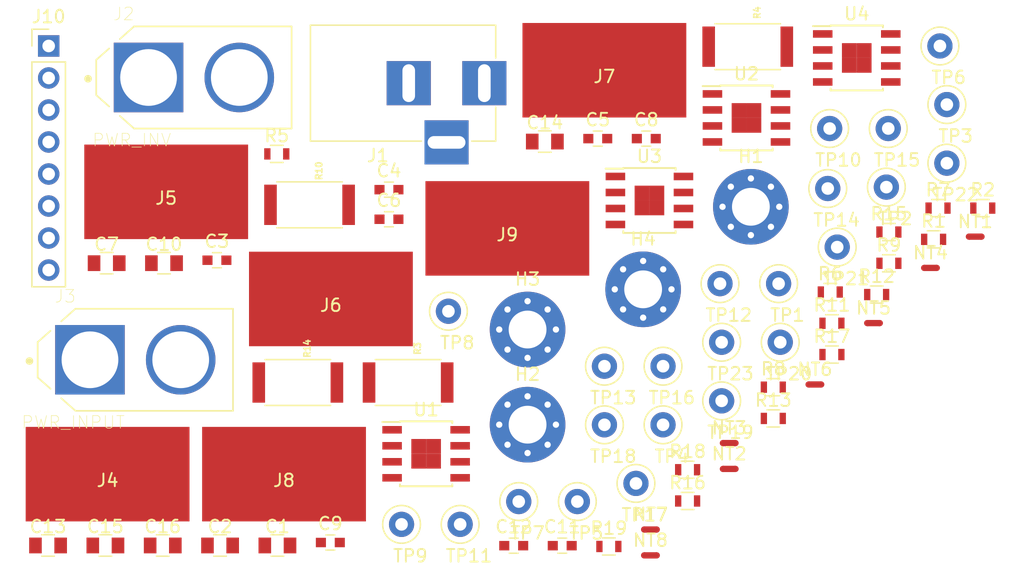
<source format=kicad_pcb>
(kicad_pcb (version 20171130) (host pcbnew "(5.1.5)-3")

  (general
    (thickness 1.6)
    (drawings 0)
    (tracks 0)
    (zones 0)
    (modules 84)
    (nets 32)
  )

  (page A4)
  (layers
    (0 F.Cu signal)
    (31 B.Cu signal)
    (32 B.Adhes user)
    (33 F.Adhes user)
    (34 B.Paste user)
    (35 F.Paste user)
    (36 B.SilkS user)
    (37 F.SilkS user)
    (38 B.Mask user)
    (39 F.Mask user)
    (40 Dwgs.User user)
    (41 Cmts.User user)
    (42 Eco1.User user hide)
    (43 Eco2.User user)
    (44 Edge.Cuts user)
    (45 Margin user)
    (46 B.CrtYd user)
    (47 F.CrtYd user)
    (48 B.Fab user)
    (49 F.Fab user)
  )

  (setup
    (last_trace_width 0.25)
    (trace_clearance 0.2)
    (zone_clearance 0.508)
    (zone_45_only no)
    (trace_min 0.2)
    (via_size 0.8)
    (via_drill 0.4)
    (via_min_size 0.4)
    (via_min_drill 0.3)
    (uvia_size 0.3)
    (uvia_drill 0.1)
    (uvias_allowed no)
    (uvia_min_size 0.2)
    (uvia_min_drill 0.1)
    (edge_width 0.05)
    (segment_width 0.2)
    (pcb_text_width 0.3)
    (pcb_text_size 1.5 1.5)
    (mod_edge_width 0.12)
    (mod_text_size 1 1)
    (mod_text_width 0.15)
    (pad_size 1.524 1.524)
    (pad_drill 0.762)
    (pad_to_mask_clearance 0.051)
    (solder_mask_min_width 0.25)
    (aux_axis_origin 0 0)
    (visible_elements FFFFFF7F)
    (pcbplotparams
      (layerselection 0x010fc_ffffffff)
      (usegerberextensions false)
      (usegerberattributes false)
      (usegerberadvancedattributes false)
      (creategerberjobfile false)
      (excludeedgelayer true)
      (linewidth 0.100000)
      (plotframeref false)
      (viasonmask false)
      (mode 1)
      (useauxorigin false)
      (hpglpennumber 1)
      (hpglpenspeed 20)
      (hpglpendiameter 15.000000)
      (psnegative false)
      (psa4output false)
      (plotreference true)
      (plotvalue true)
      (plotinvisibletext false)
      (padsonsilk false)
      (subtractmaskfromsilk false)
      (outputformat 1)
      (mirror false)
      (drillshape 1)
      (scaleselection 1)
      (outputdirectory ""))
  )

  (net 0 "")
  (net 1 /V_BUS)
  (net 2 GND)
  (net 3 /V_PHASE_A)
  (net 4 "Net-(C3-Pad1)")
  (net 5 "Net-(C3-Pad2)")
  (net 6 "Net-(C4-Pad2)")
  (net 7 "Net-(C4-Pad1)")
  (net 8 /I_BUS)
  (net 9 /I_PHASE_A)
  (net 10 +5V)
  (net 11 "Net-(C8-Pad2)")
  (net 12 "Net-(C8-Pad1)")
  (net 13 /I_PHASE_B)
  (net 14 "Net-(C11-Pad1)")
  (net 15 "Net-(C11-Pad2)")
  (net 16 /I_PHASE_C)
  (net 17 /V_PHASE_B)
  (net 18 /V_PHASE_C)
  (net 19 "Net-(J2-Pad2)")
  (net 20 "Net-(J3-Pad2)")
  (net 21 "Net-(J4-Pad1)")
  (net 22 /PHASE_A_MOTOR)
  (net 23 "Net-(J6-Pad1)")
  (net 24 /PHASE_B_MOTOR)
  (net 25 "Net-(J8-Pad1)")
  (net 26 /PHASE_C_MOTOR)
  (net 27 "Net-(R5-Pad2)")
  (net 28 "Net-(R6-Pad2)")
  (net 29 /MOTOR_NEUTRAL)
  (net 30 "Net-(R12-Pad2)")
  (net 31 "Net-(R15-Pad2)")

  (net_class Default "This is the default net class."
    (clearance 0.2)
    (trace_width 0.25)
    (via_dia 0.8)
    (via_drill 0.4)
    (uvia_dia 0.3)
    (uvia_drill 0.1)
    (add_net +5V)
    (add_net /I_BUS)
    (add_net /I_PHASE_A)
    (add_net /I_PHASE_B)
    (add_net /I_PHASE_C)
    (add_net /MOTOR_NEUTRAL)
    (add_net /PHASE_A_MOTOR)
    (add_net /PHASE_B_MOTOR)
    (add_net /PHASE_C_MOTOR)
    (add_net /V_BUS)
    (add_net /V_PHASE_A)
    (add_net /V_PHASE_B)
    (add_net /V_PHASE_C)
    (add_net GND)
    (add_net "Net-(C11-Pad1)")
    (add_net "Net-(C11-Pad2)")
    (add_net "Net-(C3-Pad1)")
    (add_net "Net-(C3-Pad2)")
    (add_net "Net-(C4-Pad1)")
    (add_net "Net-(C4-Pad2)")
    (add_net "Net-(C8-Pad1)")
    (add_net "Net-(C8-Pad2)")
    (add_net "Net-(J2-Pad2)")
    (add_net "Net-(J3-Pad2)")
    (add_net "Net-(J4-Pad1)")
    (add_net "Net-(J6-Pad1)")
    (add_net "Net-(J8-Pad1)")
    (add_net "Net-(R12-Pad2)")
    (add_net "Net-(R15-Pad2)")
    (add_net "Net-(R5-Pad2)")
    (add_net "Net-(R6-Pad2)")
  )

  (module Capacitors_SMD:C_0805 (layer F.Cu) (tedit 58AA8463) (tstamp 5E2A1B9C)
    (at 78.975001 66.460001)
    (descr "Capacitor SMD 0805, reflow soldering, AVX (see smccp.pdf)")
    (tags "capacitor 0805")
    (path /5E69FFD8)
    (attr smd)
    (fp_text reference C1 (at 0 -1.5) (layer F.SilkS)
      (effects (font (size 1 1) (thickness 0.15)))
    )
    (fp_text value 0.1uF (at 0 1.75) (layer F.Fab)
      (effects (font (size 1 1) (thickness 0.15)))
    )
    (fp_text user %R (at 0 -1.5) (layer F.Fab)
      (effects (font (size 1 1) (thickness 0.15)))
    )
    (fp_line (start -1 0.62) (end -1 -0.62) (layer F.Fab) (width 0.1))
    (fp_line (start 1 0.62) (end -1 0.62) (layer F.Fab) (width 0.1))
    (fp_line (start 1 -0.62) (end 1 0.62) (layer F.Fab) (width 0.1))
    (fp_line (start -1 -0.62) (end 1 -0.62) (layer F.Fab) (width 0.1))
    (fp_line (start 0.5 -0.85) (end -0.5 -0.85) (layer F.SilkS) (width 0.12))
    (fp_line (start -0.5 0.85) (end 0.5 0.85) (layer F.SilkS) (width 0.12))
    (fp_line (start -1.75 -0.88) (end 1.75 -0.88) (layer F.CrtYd) (width 0.05))
    (fp_line (start -1.75 -0.88) (end -1.75 0.87) (layer F.CrtYd) (width 0.05))
    (fp_line (start 1.75 0.87) (end 1.75 -0.88) (layer F.CrtYd) (width 0.05))
    (fp_line (start 1.75 0.87) (end -1.75 0.87) (layer F.CrtYd) (width 0.05))
    (pad 1 smd rect (at -1 0) (size 1 1.25) (layers F.Cu F.Paste F.Mask)
      (net 1 /V_BUS))
    (pad 2 smd rect (at 1 0) (size 1 1.25) (layers F.Cu F.Paste F.Mask)
      (net 2 GND))
    (model Capacitors_SMD.3dshapes/C_0805.wrl
      (at (xyz 0 0 0))
      (scale (xyz 1 1 1))
      (rotate (xyz 0 0 0))
    )
  )

  (module Capacitors_SMD:C_0805 (layer F.Cu) (tedit 58AA8463) (tstamp 5E2A1BAD)
    (at 74.425001 66.460001)
    (descr "Capacitor SMD 0805, reflow soldering, AVX (see smccp.pdf)")
    (tags "capacitor 0805")
    (path /5E5B6DE8)
    (attr smd)
    (fp_text reference C2 (at 0 -1.5) (layer F.SilkS)
      (effects (font (size 1 1) (thickness 0.15)))
    )
    (fp_text value 0.1uF (at 0 1.75) (layer F.Fab)
      (effects (font (size 1 1) (thickness 0.15)))
    )
    (fp_line (start 1.75 0.87) (end -1.75 0.87) (layer F.CrtYd) (width 0.05))
    (fp_line (start 1.75 0.87) (end 1.75 -0.88) (layer F.CrtYd) (width 0.05))
    (fp_line (start -1.75 -0.88) (end -1.75 0.87) (layer F.CrtYd) (width 0.05))
    (fp_line (start -1.75 -0.88) (end 1.75 -0.88) (layer F.CrtYd) (width 0.05))
    (fp_line (start -0.5 0.85) (end 0.5 0.85) (layer F.SilkS) (width 0.12))
    (fp_line (start 0.5 -0.85) (end -0.5 -0.85) (layer F.SilkS) (width 0.12))
    (fp_line (start -1 -0.62) (end 1 -0.62) (layer F.Fab) (width 0.1))
    (fp_line (start 1 -0.62) (end 1 0.62) (layer F.Fab) (width 0.1))
    (fp_line (start 1 0.62) (end -1 0.62) (layer F.Fab) (width 0.1))
    (fp_line (start -1 0.62) (end -1 -0.62) (layer F.Fab) (width 0.1))
    (fp_text user %R (at 0 -1.5) (layer F.Fab)
      (effects (font (size 1 1) (thickness 0.15)))
    )
    (pad 2 smd rect (at 1 0) (size 1 1.25) (layers F.Cu F.Paste F.Mask)
      (net 2 GND))
    (pad 1 smd rect (at -1 0) (size 1 1.25) (layers F.Cu F.Paste F.Mask)
      (net 3 /V_PHASE_A))
    (model Capacitors_SMD.3dshapes/C_0805.wrl
      (at (xyz 0 0 0))
      (scale (xyz 1 1 1))
      (rotate (xyz 0 0 0))
    )
  )

  (module Capacitors_SMD:C_0603 (layer F.Cu) (tedit 59958EE7) (tstamp 5E2A1BBE)
    (at 74.175001 43.825001)
    (descr "Capacitor SMD 0603, reflow soldering, AVX (see smccp.pdf)")
    (tags "capacitor 0603")
    (path /5E3D526E)
    (attr smd)
    (fp_text reference C3 (at 0 -1.5) (layer F.SilkS)
      (effects (font (size 1 1) (thickness 0.15)))
    )
    (fp_text value C_Small (at 0 1.5) (layer F.Fab)
      (effects (font (size 1 1) (thickness 0.15)))
    )
    (fp_text user %R (at 0 0) (layer F.Fab)
      (effects (font (size 0.3 0.3) (thickness 0.075)))
    )
    (fp_line (start -0.8 0.4) (end -0.8 -0.4) (layer F.Fab) (width 0.1))
    (fp_line (start 0.8 0.4) (end -0.8 0.4) (layer F.Fab) (width 0.1))
    (fp_line (start 0.8 -0.4) (end 0.8 0.4) (layer F.Fab) (width 0.1))
    (fp_line (start -0.8 -0.4) (end 0.8 -0.4) (layer F.Fab) (width 0.1))
    (fp_line (start -0.35 -0.6) (end 0.35 -0.6) (layer F.SilkS) (width 0.12))
    (fp_line (start 0.35 0.6) (end -0.35 0.6) (layer F.SilkS) (width 0.12))
    (fp_line (start -1.4 -0.65) (end 1.4 -0.65) (layer F.CrtYd) (width 0.05))
    (fp_line (start -1.4 -0.65) (end -1.4 0.65) (layer F.CrtYd) (width 0.05))
    (fp_line (start 1.4 0.65) (end 1.4 -0.65) (layer F.CrtYd) (width 0.05))
    (fp_line (start 1.4 0.65) (end -1.4 0.65) (layer F.CrtYd) (width 0.05))
    (pad 1 smd rect (at -0.75 0) (size 0.8 0.75) (layers F.Cu F.Paste F.Mask)
      (net 4 "Net-(C3-Pad1)"))
    (pad 2 smd rect (at 0.75 0) (size 0.8 0.75) (layers F.Cu F.Paste F.Mask)
      (net 5 "Net-(C3-Pad2)"))
    (model Capacitors_SMD.3dshapes/C_0603.wrl
      (at (xyz 0 0 0))
      (scale (xyz 1 1 1))
      (rotate (xyz 0 0 0))
    )
  )

  (module Capacitors_SMD:C_0603 (layer F.Cu) (tedit 59958EE7) (tstamp 5E2A1BCF)
    (at 87.825001 38.225001)
    (descr "Capacitor SMD 0603, reflow soldering, AVX (see smccp.pdf)")
    (tags "capacitor 0603")
    (path /5E3D27FF)
    (attr smd)
    (fp_text reference C4 (at 0 -1.5) (layer F.SilkS)
      (effects (font (size 1 1) (thickness 0.15)))
    )
    (fp_text value C_Small (at 0 1.5) (layer F.Fab)
      (effects (font (size 1 1) (thickness 0.15)))
    )
    (fp_line (start 1.4 0.65) (end -1.4 0.65) (layer F.CrtYd) (width 0.05))
    (fp_line (start 1.4 0.65) (end 1.4 -0.65) (layer F.CrtYd) (width 0.05))
    (fp_line (start -1.4 -0.65) (end -1.4 0.65) (layer F.CrtYd) (width 0.05))
    (fp_line (start -1.4 -0.65) (end 1.4 -0.65) (layer F.CrtYd) (width 0.05))
    (fp_line (start 0.35 0.6) (end -0.35 0.6) (layer F.SilkS) (width 0.12))
    (fp_line (start -0.35 -0.6) (end 0.35 -0.6) (layer F.SilkS) (width 0.12))
    (fp_line (start -0.8 -0.4) (end 0.8 -0.4) (layer F.Fab) (width 0.1))
    (fp_line (start 0.8 -0.4) (end 0.8 0.4) (layer F.Fab) (width 0.1))
    (fp_line (start 0.8 0.4) (end -0.8 0.4) (layer F.Fab) (width 0.1))
    (fp_line (start -0.8 0.4) (end -0.8 -0.4) (layer F.Fab) (width 0.1))
    (fp_text user %R (at 0 0) (layer F.Fab)
      (effects (font (size 0.3 0.3) (thickness 0.075)))
    )
    (pad 2 smd rect (at 0.75 0) (size 0.8 0.75) (layers F.Cu F.Paste F.Mask)
      (net 6 "Net-(C4-Pad2)"))
    (pad 1 smd rect (at -0.75 0) (size 0.8 0.75) (layers F.Cu F.Paste F.Mask)
      (net 7 "Net-(C4-Pad1)"))
    (model Capacitors_SMD.3dshapes/C_0603.wrl
      (at (xyz 0 0 0))
      (scale (xyz 1 1 1))
      (rotate (xyz 0 0 0))
    )
  )

  (module Capacitors_SMD:C_0603 (layer F.Cu) (tedit 59958EE7) (tstamp 5E2A1BE0)
    (at 104.395001 34.175001)
    (descr "Capacitor SMD 0603, reflow soldering, AVX (see smccp.pdf)")
    (tags "capacitor 0603")
    (path /5E3A5FBC)
    (attr smd)
    (fp_text reference C5 (at 0 -1.5) (layer F.SilkS)
      (effects (font (size 1 1) (thickness 0.15)))
    )
    (fp_text value C_Small (at 0 1.5) (layer F.Fab)
      (effects (font (size 1 1) (thickness 0.15)))
    )
    (fp_text user %R (at 0 0) (layer F.Fab)
      (effects (font (size 0.3 0.3) (thickness 0.075)))
    )
    (fp_line (start -0.8 0.4) (end -0.8 -0.4) (layer F.Fab) (width 0.1))
    (fp_line (start 0.8 0.4) (end -0.8 0.4) (layer F.Fab) (width 0.1))
    (fp_line (start 0.8 -0.4) (end 0.8 0.4) (layer F.Fab) (width 0.1))
    (fp_line (start -0.8 -0.4) (end 0.8 -0.4) (layer F.Fab) (width 0.1))
    (fp_line (start -0.35 -0.6) (end 0.35 -0.6) (layer F.SilkS) (width 0.12))
    (fp_line (start 0.35 0.6) (end -0.35 0.6) (layer F.SilkS) (width 0.12))
    (fp_line (start -1.4 -0.65) (end 1.4 -0.65) (layer F.CrtYd) (width 0.05))
    (fp_line (start -1.4 -0.65) (end -1.4 0.65) (layer F.CrtYd) (width 0.05))
    (fp_line (start 1.4 0.65) (end 1.4 -0.65) (layer F.CrtYd) (width 0.05))
    (fp_line (start 1.4 0.65) (end -1.4 0.65) (layer F.CrtYd) (width 0.05))
    (pad 1 smd rect (at -0.75 0) (size 0.8 0.75) (layers F.Cu F.Paste F.Mask)
      (net 8 /I_BUS))
    (pad 2 smd rect (at 0.75 0) (size 0.8 0.75) (layers F.Cu F.Paste F.Mask)
      (net 2 GND))
    (model Capacitors_SMD.3dshapes/C_0603.wrl
      (at (xyz 0 0 0))
      (scale (xyz 1 1 1))
      (rotate (xyz 0 0 0))
    )
  )

  (module Capacitors_SMD:C_0603 (layer F.Cu) (tedit 59958EE7) (tstamp 5E2A1BF1)
    (at 87.825001 40.575001)
    (descr "Capacitor SMD 0603, reflow soldering, AVX (see smccp.pdf)")
    (tags "capacitor 0603")
    (path /5E2A136E)
    (attr smd)
    (fp_text reference C6 (at 0 -1.5) (layer F.SilkS)
      (effects (font (size 1 1) (thickness 0.15)))
    )
    (fp_text value C_Small (at 0 1.5) (layer F.Fab)
      (effects (font (size 1 1) (thickness 0.15)))
    )
    (fp_line (start 1.4 0.65) (end -1.4 0.65) (layer F.CrtYd) (width 0.05))
    (fp_line (start 1.4 0.65) (end 1.4 -0.65) (layer F.CrtYd) (width 0.05))
    (fp_line (start -1.4 -0.65) (end -1.4 0.65) (layer F.CrtYd) (width 0.05))
    (fp_line (start -1.4 -0.65) (end 1.4 -0.65) (layer F.CrtYd) (width 0.05))
    (fp_line (start 0.35 0.6) (end -0.35 0.6) (layer F.SilkS) (width 0.12))
    (fp_line (start -0.35 -0.6) (end 0.35 -0.6) (layer F.SilkS) (width 0.12))
    (fp_line (start -0.8 -0.4) (end 0.8 -0.4) (layer F.Fab) (width 0.1))
    (fp_line (start 0.8 -0.4) (end 0.8 0.4) (layer F.Fab) (width 0.1))
    (fp_line (start 0.8 0.4) (end -0.8 0.4) (layer F.Fab) (width 0.1))
    (fp_line (start -0.8 0.4) (end -0.8 -0.4) (layer F.Fab) (width 0.1))
    (fp_text user %R (at 0 0) (layer F.Fab)
      (effects (font (size 0.3 0.3) (thickness 0.075)))
    )
    (pad 2 smd rect (at 0.75 0) (size 0.8 0.75) (layers F.Cu F.Paste F.Mask)
      (net 2 GND))
    (pad 1 smd rect (at -0.75 0) (size 0.8 0.75) (layers F.Cu F.Paste F.Mask)
      (net 9 /I_PHASE_A))
    (model Capacitors_SMD.3dshapes/C_0603.wrl
      (at (xyz 0 0 0))
      (scale (xyz 1 1 1))
      (rotate (xyz 0 0 0))
    )
  )

  (module Capacitors_SMD:C_0805 (layer F.Cu) (tedit 58AA8463) (tstamp 5E2A1C02)
    (at 65.425001 44.060001)
    (descr "Capacitor SMD 0805, reflow soldering, AVX (see smccp.pdf)")
    (tags "capacitor 0805")
    (path /5E52DAB3)
    (attr smd)
    (fp_text reference C7 (at 0 -1.5) (layer F.SilkS)
      (effects (font (size 1 1) (thickness 0.15)))
    )
    (fp_text value 0.1uF (at 0 1.75) (layer F.Fab)
      (effects (font (size 1 1) (thickness 0.15)))
    )
    (fp_line (start 1.75 0.87) (end -1.75 0.87) (layer F.CrtYd) (width 0.05))
    (fp_line (start 1.75 0.87) (end 1.75 -0.88) (layer F.CrtYd) (width 0.05))
    (fp_line (start -1.75 -0.88) (end -1.75 0.87) (layer F.CrtYd) (width 0.05))
    (fp_line (start -1.75 -0.88) (end 1.75 -0.88) (layer F.CrtYd) (width 0.05))
    (fp_line (start -0.5 0.85) (end 0.5 0.85) (layer F.SilkS) (width 0.12))
    (fp_line (start 0.5 -0.85) (end -0.5 -0.85) (layer F.SilkS) (width 0.12))
    (fp_line (start -1 -0.62) (end 1 -0.62) (layer F.Fab) (width 0.1))
    (fp_line (start 1 -0.62) (end 1 0.62) (layer F.Fab) (width 0.1))
    (fp_line (start 1 0.62) (end -1 0.62) (layer F.Fab) (width 0.1))
    (fp_line (start -1 0.62) (end -1 -0.62) (layer F.Fab) (width 0.1))
    (fp_text user %R (at 0 -1.5) (layer F.Fab)
      (effects (font (size 1 1) (thickness 0.15)))
    )
    (pad 2 smd rect (at 1 0) (size 1 1.25) (layers F.Cu F.Paste F.Mask)
      (net 2 GND))
    (pad 1 smd rect (at -1 0) (size 1 1.25) (layers F.Cu F.Paste F.Mask)
      (net 10 +5V))
    (model Capacitors_SMD.3dshapes/C_0805.wrl
      (at (xyz 0 0 0))
      (scale (xyz 1 1 1))
      (rotate (xyz 0 0 0))
    )
  )

  (module Capacitors_SMD:C_0603 (layer F.Cu) (tedit 59958EE7) (tstamp 5E2A1C13)
    (at 108.245001 34.175001)
    (descr "Capacitor SMD 0603, reflow soldering, AVX (see smccp.pdf)")
    (tags "capacitor 0603")
    (path /5E3D2F9D)
    (attr smd)
    (fp_text reference C8 (at 0 -1.5) (layer F.SilkS)
      (effects (font (size 1 1) (thickness 0.15)))
    )
    (fp_text value C_Small (at 0 1.5) (layer F.Fab)
      (effects (font (size 1 1) (thickness 0.15)))
    )
    (fp_line (start 1.4 0.65) (end -1.4 0.65) (layer F.CrtYd) (width 0.05))
    (fp_line (start 1.4 0.65) (end 1.4 -0.65) (layer F.CrtYd) (width 0.05))
    (fp_line (start -1.4 -0.65) (end -1.4 0.65) (layer F.CrtYd) (width 0.05))
    (fp_line (start -1.4 -0.65) (end 1.4 -0.65) (layer F.CrtYd) (width 0.05))
    (fp_line (start 0.35 0.6) (end -0.35 0.6) (layer F.SilkS) (width 0.12))
    (fp_line (start -0.35 -0.6) (end 0.35 -0.6) (layer F.SilkS) (width 0.12))
    (fp_line (start -0.8 -0.4) (end 0.8 -0.4) (layer F.Fab) (width 0.1))
    (fp_line (start 0.8 -0.4) (end 0.8 0.4) (layer F.Fab) (width 0.1))
    (fp_line (start 0.8 0.4) (end -0.8 0.4) (layer F.Fab) (width 0.1))
    (fp_line (start -0.8 0.4) (end -0.8 -0.4) (layer F.Fab) (width 0.1))
    (fp_text user %R (at 0 0) (layer F.Fab)
      (effects (font (size 0.3 0.3) (thickness 0.075)))
    )
    (pad 2 smd rect (at 0.75 0) (size 0.8 0.75) (layers F.Cu F.Paste F.Mask)
      (net 11 "Net-(C8-Pad2)"))
    (pad 1 smd rect (at -0.75 0) (size 0.8 0.75) (layers F.Cu F.Paste F.Mask)
      (net 12 "Net-(C8-Pad1)"))
    (model Capacitors_SMD.3dshapes/C_0603.wrl
      (at (xyz 0 0 0))
      (scale (xyz 1 1 1))
      (rotate (xyz 0 0 0))
    )
  )

  (module Capacitors_SMD:C_0603 (layer F.Cu) (tedit 59958EE7) (tstamp 5E2A1C24)
    (at 83.175001 66.225001)
    (descr "Capacitor SMD 0603, reflow soldering, AVX (see smccp.pdf)")
    (tags "capacitor 0603")
    (path /5E2DD8CD)
    (attr smd)
    (fp_text reference C9 (at 0 -1.5) (layer F.SilkS)
      (effects (font (size 1 1) (thickness 0.15)))
    )
    (fp_text value C_Small (at 0 1.5) (layer F.Fab)
      (effects (font (size 1 1) (thickness 0.15)))
    )
    (fp_line (start 1.4 0.65) (end -1.4 0.65) (layer F.CrtYd) (width 0.05))
    (fp_line (start 1.4 0.65) (end 1.4 -0.65) (layer F.CrtYd) (width 0.05))
    (fp_line (start -1.4 -0.65) (end -1.4 0.65) (layer F.CrtYd) (width 0.05))
    (fp_line (start -1.4 -0.65) (end 1.4 -0.65) (layer F.CrtYd) (width 0.05))
    (fp_line (start 0.35 0.6) (end -0.35 0.6) (layer F.SilkS) (width 0.12))
    (fp_line (start -0.35 -0.6) (end 0.35 -0.6) (layer F.SilkS) (width 0.12))
    (fp_line (start -0.8 -0.4) (end 0.8 -0.4) (layer F.Fab) (width 0.1))
    (fp_line (start 0.8 -0.4) (end 0.8 0.4) (layer F.Fab) (width 0.1))
    (fp_line (start 0.8 0.4) (end -0.8 0.4) (layer F.Fab) (width 0.1))
    (fp_line (start -0.8 0.4) (end -0.8 -0.4) (layer F.Fab) (width 0.1))
    (fp_text user %R (at 0 0) (layer F.Fab)
      (effects (font (size 0.3 0.3) (thickness 0.075)))
    )
    (pad 2 smd rect (at 0.75 0) (size 0.8 0.75) (layers F.Cu F.Paste F.Mask)
      (net 2 GND))
    (pad 1 smd rect (at -0.75 0) (size 0.8 0.75) (layers F.Cu F.Paste F.Mask)
      (net 13 /I_PHASE_B))
    (model Capacitors_SMD.3dshapes/C_0603.wrl
      (at (xyz 0 0 0))
      (scale (xyz 1 1 1))
      (rotate (xyz 0 0 0))
    )
  )

  (module Capacitors_SMD:C_0805 (layer F.Cu) (tedit 58AA8463) (tstamp 5E2A1C35)
    (at 69.975001 44.060001)
    (descr "Capacitor SMD 0805, reflow soldering, AVX (see smccp.pdf)")
    (tags "capacitor 0805")
    (path /5E530B19)
    (attr smd)
    (fp_text reference C10 (at 0 -1.5) (layer F.SilkS)
      (effects (font (size 1 1) (thickness 0.15)))
    )
    (fp_text value 0.1uF (at 0 1.75) (layer F.Fab)
      (effects (font (size 1 1) (thickness 0.15)))
    )
    (fp_line (start 1.75 0.87) (end -1.75 0.87) (layer F.CrtYd) (width 0.05))
    (fp_line (start 1.75 0.87) (end 1.75 -0.88) (layer F.CrtYd) (width 0.05))
    (fp_line (start -1.75 -0.88) (end -1.75 0.87) (layer F.CrtYd) (width 0.05))
    (fp_line (start -1.75 -0.88) (end 1.75 -0.88) (layer F.CrtYd) (width 0.05))
    (fp_line (start -0.5 0.85) (end 0.5 0.85) (layer F.SilkS) (width 0.12))
    (fp_line (start 0.5 -0.85) (end -0.5 -0.85) (layer F.SilkS) (width 0.12))
    (fp_line (start -1 -0.62) (end 1 -0.62) (layer F.Fab) (width 0.1))
    (fp_line (start 1 -0.62) (end 1 0.62) (layer F.Fab) (width 0.1))
    (fp_line (start 1 0.62) (end -1 0.62) (layer F.Fab) (width 0.1))
    (fp_line (start -1 0.62) (end -1 -0.62) (layer F.Fab) (width 0.1))
    (fp_text user %R (at 0 -1.5) (layer F.Fab)
      (effects (font (size 1 1) (thickness 0.15)))
    )
    (pad 2 smd rect (at 1 0) (size 1 1.25) (layers F.Cu F.Paste F.Mask)
      (net 2 GND))
    (pad 1 smd rect (at -1 0) (size 1 1.25) (layers F.Cu F.Paste F.Mask)
      (net 10 +5V))
    (model Capacitors_SMD.3dshapes/C_0805.wrl
      (at (xyz 0 0 0))
      (scale (xyz 1 1 1))
      (rotate (xyz 0 0 0))
    )
  )

  (module Capacitors_SMD:C_0603 (layer F.Cu) (tedit 59958EE7) (tstamp 5E2A1C46)
    (at 101.575001 66.475001)
    (descr "Capacitor SMD 0603, reflow soldering, AVX (see smccp.pdf)")
    (tags "capacitor 0603")
    (path /5E3D415D)
    (attr smd)
    (fp_text reference C11 (at 0 -1.5) (layer F.SilkS)
      (effects (font (size 1 1) (thickness 0.15)))
    )
    (fp_text value C_Small (at 0 1.5) (layer F.Fab)
      (effects (font (size 1 1) (thickness 0.15)))
    )
    (fp_text user %R (at 0 0) (layer F.Fab)
      (effects (font (size 0.3 0.3) (thickness 0.075)))
    )
    (fp_line (start -0.8 0.4) (end -0.8 -0.4) (layer F.Fab) (width 0.1))
    (fp_line (start 0.8 0.4) (end -0.8 0.4) (layer F.Fab) (width 0.1))
    (fp_line (start 0.8 -0.4) (end 0.8 0.4) (layer F.Fab) (width 0.1))
    (fp_line (start -0.8 -0.4) (end 0.8 -0.4) (layer F.Fab) (width 0.1))
    (fp_line (start -0.35 -0.6) (end 0.35 -0.6) (layer F.SilkS) (width 0.12))
    (fp_line (start 0.35 0.6) (end -0.35 0.6) (layer F.SilkS) (width 0.12))
    (fp_line (start -1.4 -0.65) (end 1.4 -0.65) (layer F.CrtYd) (width 0.05))
    (fp_line (start -1.4 -0.65) (end -1.4 0.65) (layer F.CrtYd) (width 0.05))
    (fp_line (start 1.4 0.65) (end 1.4 -0.65) (layer F.CrtYd) (width 0.05))
    (fp_line (start 1.4 0.65) (end -1.4 0.65) (layer F.CrtYd) (width 0.05))
    (pad 1 smd rect (at -0.75 0) (size 0.8 0.75) (layers F.Cu F.Paste F.Mask)
      (net 14 "Net-(C11-Pad1)"))
    (pad 2 smd rect (at 0.75 0) (size 0.8 0.75) (layers F.Cu F.Paste F.Mask)
      (net 15 "Net-(C11-Pad2)"))
    (model Capacitors_SMD.3dshapes/C_0603.wrl
      (at (xyz 0 0 0))
      (scale (xyz 1 1 1))
      (rotate (xyz 0 0 0))
    )
  )

  (module Capacitors_SMD:C_0603 (layer F.Cu) (tedit 59958EE7) (tstamp 5E2A1C57)
    (at 97.725001 66.475001)
    (descr "Capacitor SMD 0603, reflow soldering, AVX (see smccp.pdf)")
    (tags "capacitor 0603")
    (path /5E2FB604)
    (attr smd)
    (fp_text reference C12 (at 0 -1.5) (layer F.SilkS)
      (effects (font (size 1 1) (thickness 0.15)))
    )
    (fp_text value C_Small (at 0 1.5) (layer F.Fab)
      (effects (font (size 1 1) (thickness 0.15)))
    )
    (fp_text user %R (at 0 0) (layer F.Fab)
      (effects (font (size 0.3 0.3) (thickness 0.075)))
    )
    (fp_line (start -0.8 0.4) (end -0.8 -0.4) (layer F.Fab) (width 0.1))
    (fp_line (start 0.8 0.4) (end -0.8 0.4) (layer F.Fab) (width 0.1))
    (fp_line (start 0.8 -0.4) (end 0.8 0.4) (layer F.Fab) (width 0.1))
    (fp_line (start -0.8 -0.4) (end 0.8 -0.4) (layer F.Fab) (width 0.1))
    (fp_line (start -0.35 -0.6) (end 0.35 -0.6) (layer F.SilkS) (width 0.12))
    (fp_line (start 0.35 0.6) (end -0.35 0.6) (layer F.SilkS) (width 0.12))
    (fp_line (start -1.4 -0.65) (end 1.4 -0.65) (layer F.CrtYd) (width 0.05))
    (fp_line (start -1.4 -0.65) (end -1.4 0.65) (layer F.CrtYd) (width 0.05))
    (fp_line (start 1.4 0.65) (end 1.4 -0.65) (layer F.CrtYd) (width 0.05))
    (fp_line (start 1.4 0.65) (end -1.4 0.65) (layer F.CrtYd) (width 0.05))
    (pad 1 smd rect (at -0.75 0) (size 0.8 0.75) (layers F.Cu F.Paste F.Mask)
      (net 16 /I_PHASE_C))
    (pad 2 smd rect (at 0.75 0) (size 0.8 0.75) (layers F.Cu F.Paste F.Mask)
      (net 2 GND))
    (model Capacitors_SMD.3dshapes/C_0603.wrl
      (at (xyz 0 0 0))
      (scale (xyz 1 1 1))
      (rotate (xyz 0 0 0))
    )
  )

  (module Capacitors_SMD:C_0805 (layer F.Cu) (tedit 58AA8463) (tstamp 5E2A1C68)
    (at 60.775001 66.460001)
    (descr "Capacitor SMD 0805, reflow soldering, AVX (see smccp.pdf)")
    (tags "capacitor 0805")
    (path /5E531090)
    (attr smd)
    (fp_text reference C13 (at 0 -1.5) (layer F.SilkS)
      (effects (font (size 1 1) (thickness 0.15)))
    )
    (fp_text value 0.1uF (at 0 1.75) (layer F.Fab)
      (effects (font (size 1 1) (thickness 0.15)))
    )
    (fp_text user %R (at 0 -1.5) (layer F.Fab)
      (effects (font (size 1 1) (thickness 0.15)))
    )
    (fp_line (start -1 0.62) (end -1 -0.62) (layer F.Fab) (width 0.1))
    (fp_line (start 1 0.62) (end -1 0.62) (layer F.Fab) (width 0.1))
    (fp_line (start 1 -0.62) (end 1 0.62) (layer F.Fab) (width 0.1))
    (fp_line (start -1 -0.62) (end 1 -0.62) (layer F.Fab) (width 0.1))
    (fp_line (start 0.5 -0.85) (end -0.5 -0.85) (layer F.SilkS) (width 0.12))
    (fp_line (start -0.5 0.85) (end 0.5 0.85) (layer F.SilkS) (width 0.12))
    (fp_line (start -1.75 -0.88) (end 1.75 -0.88) (layer F.CrtYd) (width 0.05))
    (fp_line (start -1.75 -0.88) (end -1.75 0.87) (layer F.CrtYd) (width 0.05))
    (fp_line (start 1.75 0.87) (end 1.75 -0.88) (layer F.CrtYd) (width 0.05))
    (fp_line (start 1.75 0.87) (end -1.75 0.87) (layer F.CrtYd) (width 0.05))
    (pad 1 smd rect (at -1 0) (size 1 1.25) (layers F.Cu F.Paste F.Mask)
      (net 10 +5V))
    (pad 2 smd rect (at 1 0) (size 1 1.25) (layers F.Cu F.Paste F.Mask)
      (net 2 GND))
    (model Capacitors_SMD.3dshapes/C_0805.wrl
      (at (xyz 0 0 0))
      (scale (xyz 1 1 1))
      (rotate (xyz 0 0 0))
    )
  )

  (module Capacitors_SMD:C_0805 (layer F.Cu) (tedit 58AA8463) (tstamp 5E2A1C79)
    (at 100.195001 34.410001)
    (descr "Capacitor SMD 0805, reflow soldering, AVX (see smccp.pdf)")
    (tags "capacitor 0805")
    (path /5E5318F5)
    (attr smd)
    (fp_text reference C14 (at 0 -1.5) (layer F.SilkS)
      (effects (font (size 1 1) (thickness 0.15)))
    )
    (fp_text value 0.1uF (at 0 1.75) (layer F.Fab)
      (effects (font (size 1 1) (thickness 0.15)))
    )
    (fp_line (start 1.75 0.87) (end -1.75 0.87) (layer F.CrtYd) (width 0.05))
    (fp_line (start 1.75 0.87) (end 1.75 -0.88) (layer F.CrtYd) (width 0.05))
    (fp_line (start -1.75 -0.88) (end -1.75 0.87) (layer F.CrtYd) (width 0.05))
    (fp_line (start -1.75 -0.88) (end 1.75 -0.88) (layer F.CrtYd) (width 0.05))
    (fp_line (start -0.5 0.85) (end 0.5 0.85) (layer F.SilkS) (width 0.12))
    (fp_line (start 0.5 -0.85) (end -0.5 -0.85) (layer F.SilkS) (width 0.12))
    (fp_line (start -1 -0.62) (end 1 -0.62) (layer F.Fab) (width 0.1))
    (fp_line (start 1 -0.62) (end 1 0.62) (layer F.Fab) (width 0.1))
    (fp_line (start 1 0.62) (end -1 0.62) (layer F.Fab) (width 0.1))
    (fp_line (start -1 0.62) (end -1 -0.62) (layer F.Fab) (width 0.1))
    (fp_text user %R (at 0 -1.5) (layer F.Fab)
      (effects (font (size 1 1) (thickness 0.15)))
    )
    (pad 2 smd rect (at 1 0) (size 1 1.25) (layers F.Cu F.Paste F.Mask)
      (net 2 GND))
    (pad 1 smd rect (at -1 0) (size 1 1.25) (layers F.Cu F.Paste F.Mask)
      (net 10 +5V))
    (model Capacitors_SMD.3dshapes/C_0805.wrl
      (at (xyz 0 0 0))
      (scale (xyz 1 1 1))
      (rotate (xyz 0 0 0))
    )
  )

  (module Capacitors_SMD:C_0805 (layer F.Cu) (tedit 58AA8463) (tstamp 5E2A1C8A)
    (at 65.325001 66.460001)
    (descr "Capacitor SMD 0805, reflow soldering, AVX (see smccp.pdf)")
    (tags "capacitor 0805")
    (path /5E60111E)
    (attr smd)
    (fp_text reference C15 (at 0 -1.5) (layer F.SilkS)
      (effects (font (size 1 1) (thickness 0.15)))
    )
    (fp_text value 0.1uF (at 0 1.75) (layer F.Fab)
      (effects (font (size 1 1) (thickness 0.15)))
    )
    (fp_text user %R (at 0 -1.5) (layer F.Fab)
      (effects (font (size 1 1) (thickness 0.15)))
    )
    (fp_line (start -1 0.62) (end -1 -0.62) (layer F.Fab) (width 0.1))
    (fp_line (start 1 0.62) (end -1 0.62) (layer F.Fab) (width 0.1))
    (fp_line (start 1 -0.62) (end 1 0.62) (layer F.Fab) (width 0.1))
    (fp_line (start -1 -0.62) (end 1 -0.62) (layer F.Fab) (width 0.1))
    (fp_line (start 0.5 -0.85) (end -0.5 -0.85) (layer F.SilkS) (width 0.12))
    (fp_line (start -0.5 0.85) (end 0.5 0.85) (layer F.SilkS) (width 0.12))
    (fp_line (start -1.75 -0.88) (end 1.75 -0.88) (layer F.CrtYd) (width 0.05))
    (fp_line (start -1.75 -0.88) (end -1.75 0.87) (layer F.CrtYd) (width 0.05))
    (fp_line (start 1.75 0.87) (end 1.75 -0.88) (layer F.CrtYd) (width 0.05))
    (fp_line (start 1.75 0.87) (end -1.75 0.87) (layer F.CrtYd) (width 0.05))
    (pad 1 smd rect (at -1 0) (size 1 1.25) (layers F.Cu F.Paste F.Mask)
      (net 17 /V_PHASE_B))
    (pad 2 smd rect (at 1 0) (size 1 1.25) (layers F.Cu F.Paste F.Mask)
      (net 2 GND))
    (model Capacitors_SMD.3dshapes/C_0805.wrl
      (at (xyz 0 0 0))
      (scale (xyz 1 1 1))
      (rotate (xyz 0 0 0))
    )
  )

  (module Capacitors_SMD:C_0805 (layer F.Cu) (tedit 58AA8463) (tstamp 5E2A1C9B)
    (at 69.875001 66.460001)
    (descr "Capacitor SMD 0805, reflow soldering, AVX (see smccp.pdf)")
    (tags "capacitor 0805")
    (path /5E63B5E5)
    (attr smd)
    (fp_text reference C16 (at 0 -1.5) (layer F.SilkS)
      (effects (font (size 1 1) (thickness 0.15)))
    )
    (fp_text value 0.1uF (at 0 1.75) (layer F.Fab)
      (effects (font (size 1 1) (thickness 0.15)))
    )
    (fp_text user %R (at 0 -1.5) (layer F.Fab)
      (effects (font (size 1 1) (thickness 0.15)))
    )
    (fp_line (start -1 0.62) (end -1 -0.62) (layer F.Fab) (width 0.1))
    (fp_line (start 1 0.62) (end -1 0.62) (layer F.Fab) (width 0.1))
    (fp_line (start 1 -0.62) (end 1 0.62) (layer F.Fab) (width 0.1))
    (fp_line (start -1 -0.62) (end 1 -0.62) (layer F.Fab) (width 0.1))
    (fp_line (start 0.5 -0.85) (end -0.5 -0.85) (layer F.SilkS) (width 0.12))
    (fp_line (start -0.5 0.85) (end 0.5 0.85) (layer F.SilkS) (width 0.12))
    (fp_line (start -1.75 -0.88) (end 1.75 -0.88) (layer F.CrtYd) (width 0.05))
    (fp_line (start -1.75 -0.88) (end -1.75 0.87) (layer F.CrtYd) (width 0.05))
    (fp_line (start 1.75 0.87) (end 1.75 -0.88) (layer F.CrtYd) (width 0.05))
    (fp_line (start 1.75 0.87) (end -1.75 0.87) (layer F.CrtYd) (width 0.05))
    (pad 1 smd rect (at -1 0) (size 1 1.25) (layers F.Cu F.Paste F.Mask)
      (net 18 /V_PHASE_C))
    (pad 2 smd rect (at 1 0) (size 1 1.25) (layers F.Cu F.Paste F.Mask)
      (net 2 GND))
    (model Capacitors_SMD.3dshapes/C_0805.wrl
      (at (xyz 0 0 0))
      (scale (xyz 1 1 1))
      (rotate (xyz 0 0 0))
    )
  )

  (module Mounting_Holes:MountingHole_3mm_Pad_Via (layer F.Cu) (tedit 56DDBED4) (tstamp 5E2A1CAB)
    (at 116.545001 39.585001)
    (descr "Mounting Hole 3mm")
    (tags "mounting hole 3mm")
    (path /5E42BA1A)
    (attr virtual)
    (fp_text reference H1 (at 0 -4) (layer F.SilkS)
      (effects (font (size 1 1) (thickness 0.15)))
    )
    (fp_text value MountingHole (at 0 4) (layer F.Fab)
      (effects (font (size 1 1) (thickness 0.15)))
    )
    (fp_text user %R (at 0.3 0) (layer F.Fab)
      (effects (font (size 1 1) (thickness 0.15)))
    )
    (fp_circle (center 0 0) (end 3 0) (layer Cmts.User) (width 0.15))
    (fp_circle (center 0 0) (end 3.25 0) (layer F.CrtYd) (width 0.05))
    (pad 1 thru_hole circle (at 0 0) (size 6 6) (drill 3) (layers *.Cu *.Mask))
    (pad 1 thru_hole circle (at 2.25 0) (size 0.8 0.8) (drill 0.5) (layers *.Cu *.Mask))
    (pad 1 thru_hole circle (at 1.59099 1.59099) (size 0.8 0.8) (drill 0.5) (layers *.Cu *.Mask))
    (pad 1 thru_hole circle (at 0 2.25) (size 0.8 0.8) (drill 0.5) (layers *.Cu *.Mask))
    (pad 1 thru_hole circle (at -1.59099 1.59099) (size 0.8 0.8) (drill 0.5) (layers *.Cu *.Mask))
    (pad 1 thru_hole circle (at -2.25 0) (size 0.8 0.8) (drill 0.5) (layers *.Cu *.Mask))
    (pad 1 thru_hole circle (at -1.59099 -1.59099) (size 0.8 0.8) (drill 0.5) (layers *.Cu *.Mask))
    (pad 1 thru_hole circle (at 0 -2.25) (size 0.8 0.8) (drill 0.5) (layers *.Cu *.Mask))
    (pad 1 thru_hole circle (at 1.59099 -1.59099) (size 0.8 0.8) (drill 0.5) (layers *.Cu *.Mask))
  )

  (module Mounting_Holes:MountingHole_3mm_Pad_Via (layer F.Cu) (tedit 56DDBED4) (tstamp 5E2A1CBB)
    (at 98.825001 56.875001)
    (descr "Mounting Hole 3mm")
    (tags "mounting hole 3mm")
    (path /5E42CB18)
    (attr virtual)
    (fp_text reference H2 (at 0 -4) (layer F.SilkS)
      (effects (font (size 1 1) (thickness 0.15)))
    )
    (fp_text value MountingHole (at 0 4) (layer F.Fab)
      (effects (font (size 1 1) (thickness 0.15)))
    )
    (fp_circle (center 0 0) (end 3.25 0) (layer F.CrtYd) (width 0.05))
    (fp_circle (center 0 0) (end 3 0) (layer Cmts.User) (width 0.15))
    (fp_text user %R (at 0.3 0) (layer F.Fab)
      (effects (font (size 1 1) (thickness 0.15)))
    )
    (pad 1 thru_hole circle (at 1.59099 -1.59099) (size 0.8 0.8) (drill 0.5) (layers *.Cu *.Mask))
    (pad 1 thru_hole circle (at 0 -2.25) (size 0.8 0.8) (drill 0.5) (layers *.Cu *.Mask))
    (pad 1 thru_hole circle (at -1.59099 -1.59099) (size 0.8 0.8) (drill 0.5) (layers *.Cu *.Mask))
    (pad 1 thru_hole circle (at -2.25 0) (size 0.8 0.8) (drill 0.5) (layers *.Cu *.Mask))
    (pad 1 thru_hole circle (at -1.59099 1.59099) (size 0.8 0.8) (drill 0.5) (layers *.Cu *.Mask))
    (pad 1 thru_hole circle (at 0 2.25) (size 0.8 0.8) (drill 0.5) (layers *.Cu *.Mask))
    (pad 1 thru_hole circle (at 1.59099 1.59099) (size 0.8 0.8) (drill 0.5) (layers *.Cu *.Mask))
    (pad 1 thru_hole circle (at 2.25 0) (size 0.8 0.8) (drill 0.5) (layers *.Cu *.Mask))
    (pad 1 thru_hole circle (at 0 0) (size 6 6) (drill 3) (layers *.Cu *.Mask))
  )

  (module Mounting_Holes:MountingHole_3mm_Pad_Via (layer F.Cu) (tedit 56DDBED4) (tstamp 5E2A1CCB)
    (at 98.825001 49.325001)
    (descr "Mounting Hole 3mm")
    (tags "mounting hole 3mm")
    (path /5E42D06B)
    (attr virtual)
    (fp_text reference H3 (at 0 -4) (layer F.SilkS)
      (effects (font (size 1 1) (thickness 0.15)))
    )
    (fp_text value MountingHole (at 0 4) (layer F.Fab)
      (effects (font (size 1 1) (thickness 0.15)))
    )
    (fp_circle (center 0 0) (end 3.25 0) (layer F.CrtYd) (width 0.05))
    (fp_circle (center 0 0) (end 3 0) (layer Cmts.User) (width 0.15))
    (fp_text user %R (at 0.3 0) (layer F.Fab)
      (effects (font (size 1 1) (thickness 0.15)))
    )
    (pad 1 thru_hole circle (at 1.59099 -1.59099) (size 0.8 0.8) (drill 0.5) (layers *.Cu *.Mask))
    (pad 1 thru_hole circle (at 0 -2.25) (size 0.8 0.8) (drill 0.5) (layers *.Cu *.Mask))
    (pad 1 thru_hole circle (at -1.59099 -1.59099) (size 0.8 0.8) (drill 0.5) (layers *.Cu *.Mask))
    (pad 1 thru_hole circle (at -2.25 0) (size 0.8 0.8) (drill 0.5) (layers *.Cu *.Mask))
    (pad 1 thru_hole circle (at -1.59099 1.59099) (size 0.8 0.8) (drill 0.5) (layers *.Cu *.Mask))
    (pad 1 thru_hole circle (at 0 2.25) (size 0.8 0.8) (drill 0.5) (layers *.Cu *.Mask))
    (pad 1 thru_hole circle (at 1.59099 1.59099) (size 0.8 0.8) (drill 0.5) (layers *.Cu *.Mask))
    (pad 1 thru_hole circle (at 2.25 0) (size 0.8 0.8) (drill 0.5) (layers *.Cu *.Mask))
    (pad 1 thru_hole circle (at 0 0) (size 6 6) (drill 3) (layers *.Cu *.Mask))
  )

  (module Mounting_Holes:MountingHole_3mm_Pad_Via (layer F.Cu) (tedit 56DDBED4) (tstamp 5E2A1CDB)
    (at 107.995001 46.135001)
    (descr "Mounting Hole 3mm")
    (tags "mounting hole 3mm")
    (path /5E42D571)
    (attr virtual)
    (fp_text reference H4 (at 0 -4) (layer F.SilkS)
      (effects (font (size 1 1) (thickness 0.15)))
    )
    (fp_text value MountingHole (at 0 4) (layer F.Fab)
      (effects (font (size 1 1) (thickness 0.15)))
    )
    (fp_text user %R (at 0.3 0) (layer F.Fab)
      (effects (font (size 1 1) (thickness 0.15)))
    )
    (fp_circle (center 0 0) (end 3 0) (layer Cmts.User) (width 0.15))
    (fp_circle (center 0 0) (end 3.25 0) (layer F.CrtYd) (width 0.05))
    (pad 1 thru_hole circle (at 0 0) (size 6 6) (drill 3) (layers *.Cu *.Mask))
    (pad 1 thru_hole circle (at 2.25 0) (size 0.8 0.8) (drill 0.5) (layers *.Cu *.Mask))
    (pad 1 thru_hole circle (at 1.59099 1.59099) (size 0.8 0.8) (drill 0.5) (layers *.Cu *.Mask))
    (pad 1 thru_hole circle (at 0 2.25) (size 0.8 0.8) (drill 0.5) (layers *.Cu *.Mask))
    (pad 1 thru_hole circle (at -1.59099 1.59099) (size 0.8 0.8) (drill 0.5) (layers *.Cu *.Mask))
    (pad 1 thru_hole circle (at -2.25 0) (size 0.8 0.8) (drill 0.5) (layers *.Cu *.Mask))
    (pad 1 thru_hole circle (at -1.59099 -1.59099) (size 0.8 0.8) (drill 0.5) (layers *.Cu *.Mask))
    (pad 1 thru_hole circle (at 0 -2.25) (size 0.8 0.8) (drill 0.5) (layers *.Cu *.Mask))
    (pad 1 thru_hole circle (at 1.59099 -1.59099) (size 0.8 0.8) (drill 0.5) (layers *.Cu *.Mask))
  )

  (module Connectors:BARREL_JACK (layer F.Cu) (tedit 5861378E) (tstamp 5E2A1CFA)
    (at 95.395001 29.775001)
    (descr "DC Barrel Jack")
    (tags "Power Jack")
    (path /5E42DD74)
    (fp_text reference J1 (at -8.45 5.75 180) (layer F.SilkS)
      (effects (font (size 1 1) (thickness 0.15)))
    )
    (fp_text value Jack-DC (at -6.2 -5.5) (layer F.Fab)
      (effects (font (size 1 1) (thickness 0.15)))
    )
    (fp_line (start 0.8 -4.5) (end -13.7 -4.5) (layer F.Fab) (width 0.1))
    (fp_line (start 0.8 4.5) (end 0.8 -4.5) (layer F.Fab) (width 0.1))
    (fp_line (start -13.7 4.5) (end 0.8 4.5) (layer F.Fab) (width 0.1))
    (fp_line (start -13.7 -4.5) (end -13.7 4.5) (layer F.Fab) (width 0.1))
    (fp_line (start -10.2 -4.5) (end -10.2 4.5) (layer F.Fab) (width 0.1))
    (fp_line (start 0.9 -4.6) (end 0.9 -2) (layer F.SilkS) (width 0.12))
    (fp_line (start -13.8 -4.6) (end 0.9 -4.6) (layer F.SilkS) (width 0.12))
    (fp_line (start 0.9 4.6) (end -1 4.6) (layer F.SilkS) (width 0.12))
    (fp_line (start 0.9 1.9) (end 0.9 4.6) (layer F.SilkS) (width 0.12))
    (fp_line (start -13.8 4.6) (end -13.8 -4.6) (layer F.SilkS) (width 0.12))
    (fp_line (start -5 4.6) (end -13.8 4.6) (layer F.SilkS) (width 0.12))
    (fp_line (start -14 4.75) (end -14 -4.75) (layer F.CrtYd) (width 0.05))
    (fp_line (start -5 4.75) (end -14 4.75) (layer F.CrtYd) (width 0.05))
    (fp_line (start -5 6.75) (end -5 4.75) (layer F.CrtYd) (width 0.05))
    (fp_line (start -1 6.75) (end -5 6.75) (layer F.CrtYd) (width 0.05))
    (fp_line (start -1 4.75) (end -1 6.75) (layer F.CrtYd) (width 0.05))
    (fp_line (start 1 4.75) (end -1 4.75) (layer F.CrtYd) (width 0.05))
    (fp_line (start 1 2) (end 1 4.75) (layer F.CrtYd) (width 0.05))
    (fp_line (start 2 2) (end 1 2) (layer F.CrtYd) (width 0.05))
    (fp_line (start 2 -2) (end 2 2) (layer F.CrtYd) (width 0.05))
    (fp_line (start 1 -2) (end 2 -2) (layer F.CrtYd) (width 0.05))
    (fp_line (start 1 -4.5) (end 1 -2) (layer F.CrtYd) (width 0.05))
    (fp_line (start 1 -4.75) (end -14 -4.75) (layer F.CrtYd) (width 0.05))
    (fp_line (start 1 -4.5) (end 1 -4.75) (layer F.CrtYd) (width 0.05))
    (pad 3 thru_hole rect (at -3 4.7) (size 3.5 3.5) (drill oval 3 1) (layers *.Cu *.Mask))
    (pad 2 thru_hole rect (at -6 0) (size 3.5 3.5) (drill oval 1 3) (layers *.Cu *.Mask)
      (net 2 GND))
    (pad 1 thru_hole rect (at 0 0) (size 3.5 3.5) (drill oval 1 3) (layers *.Cu *.Mask)
      (net 10 +5V))
  )

  (module "Power Sense PCB:AMASS_XT60-M" (layer F.Cu) (tedit 5E2A0E47) (tstamp 5E2A1D13)
    (at 72.350001 29.325001)
    (path /5E28B9A2)
    (fp_text reference J2 (at -5.56386 -5.03849) (layer F.SilkS)
      (effects (font (size 1.00069 1.00069) (thickness 0.05)))
    )
    (fp_text value PWR_INV (at -4.92836 4.9684) (layer F.SilkS)
      (effects (font (size 1.00069 1.00069) (thickness 0.05)))
    )
    (fp_circle (center -8.4 0.1) (end -8.25 0.1) (layer F.SilkS) (width 0.3))
    (fp_line (start -7.75 1.4) (end -6.73 2.3) (layer F.SilkS) (width 0.127))
    (fp_line (start -4.75 4.05) (end -5.88 3.05) (layer F.SilkS) (width 0.127))
    (fp_line (start -7.75 -1.4) (end -6.73 -2.3) (layer F.SilkS) (width 0.127))
    (fp_line (start -4.75 -4.05) (end -5.88 -3.05) (layer F.SilkS) (width 0.127))
    (fp_line (start -7.75 1.4) (end -7.75 -1.4) (layer F.SilkS) (width 0.127))
    (fp_line (start -4.75 4.05) (end -7.75 1.4) (layer Eco2.User) (width 0.127))
    (fp_line (start -4.75 -4.05) (end -7.75 -1.4) (layer Eco2.User) (width 0.127))
    (fp_line (start -7.75 1.4) (end -7.75 -1.4) (layer Eco2.User) (width 0.127))
    (fp_line (start 8 4.3) (end -8 4.3) (layer Eco1.User) (width 0.05))
    (fp_line (start 8 -4.3) (end 8 4.3) (layer Eco1.User) (width 0.05))
    (fp_line (start -8 -4.3) (end 8 -4.3) (layer Eco1.User) (width 0.05))
    (fp_line (start -8 4.3) (end -8 -4.3) (layer Eco1.User) (width 0.05))
    (fp_line (start 7.75 4.05) (end -4.75 4.05) (layer F.SilkS) (width 0.127))
    (fp_line (start 7.75 -4.05) (end 7.75 4.05) (layer F.SilkS) (width 0.127))
    (fp_line (start -4.75 -4.05) (end 7.75 -4.05) (layer F.SilkS) (width 0.127))
    (fp_line (start 7.75 4.05) (end -4.75 4.05) (layer Eco2.User) (width 0.127))
    (fp_line (start 7.75 -4.05) (end 7.75 4.05) (layer Eco2.User) (width 0.127))
    (fp_line (start -4.75 -4.05) (end 7.75 -4.05) (layer Eco2.User) (width 0.127))
    (pad 2 thru_hole circle (at 3.6 0) (size 5.516 5.516) (drill 4.5) (layers *.Cu *.Mask)
      (net 19 "Net-(J2-Pad2)"))
    (pad 1 thru_hole rect (at -3.6 0) (size 5.516 5.516) (drill 4.5) (layers *.Cu *.Mask)
      (net 2 GND))
    (model "/3D Models/XT60.STEP"
      (offset (xyz 0 0 16))
      (scale (xyz 1 1 1))
      (rotate (xyz 0 0 -90))
    )
  )

  (module "Power Sense PCB:AMASS_XT60-M" (layer F.Cu) (tedit 5E2A0E47) (tstamp 5E2A1D2C)
    (at 67.700001 51.725001)
    (path /5E28D757)
    (fp_text reference J3 (at -5.56386 -5.03849) (layer F.SilkS)
      (effects (font (size 1.00069 1.00069) (thickness 0.05)))
    )
    (fp_text value PWR_INPUT (at -4.92836 4.9684) (layer F.SilkS)
      (effects (font (size 1.00069 1.00069) (thickness 0.05)))
    )
    (fp_line (start -4.75 -4.05) (end 7.75 -4.05) (layer Eco2.User) (width 0.127))
    (fp_line (start 7.75 -4.05) (end 7.75 4.05) (layer Eco2.User) (width 0.127))
    (fp_line (start 7.75 4.05) (end -4.75 4.05) (layer Eco2.User) (width 0.127))
    (fp_line (start -4.75 -4.05) (end 7.75 -4.05) (layer F.SilkS) (width 0.127))
    (fp_line (start 7.75 -4.05) (end 7.75 4.05) (layer F.SilkS) (width 0.127))
    (fp_line (start 7.75 4.05) (end -4.75 4.05) (layer F.SilkS) (width 0.127))
    (fp_line (start -8 4.3) (end -8 -4.3) (layer Eco1.User) (width 0.05))
    (fp_line (start -8 -4.3) (end 8 -4.3) (layer Eco1.User) (width 0.05))
    (fp_line (start 8 -4.3) (end 8 4.3) (layer Eco1.User) (width 0.05))
    (fp_line (start 8 4.3) (end -8 4.3) (layer Eco1.User) (width 0.05))
    (fp_line (start -7.75 1.4) (end -7.75 -1.4) (layer Eco2.User) (width 0.127))
    (fp_line (start -4.75 -4.05) (end -7.75 -1.4) (layer Eco2.User) (width 0.127))
    (fp_line (start -4.75 4.05) (end -7.75 1.4) (layer Eco2.User) (width 0.127))
    (fp_line (start -7.75 1.4) (end -7.75 -1.4) (layer F.SilkS) (width 0.127))
    (fp_line (start -4.75 -4.05) (end -5.88 -3.05) (layer F.SilkS) (width 0.127))
    (fp_line (start -7.75 -1.4) (end -6.73 -2.3) (layer F.SilkS) (width 0.127))
    (fp_line (start -4.75 4.05) (end -5.88 3.05) (layer F.SilkS) (width 0.127))
    (fp_line (start -7.75 1.4) (end -6.73 2.3) (layer F.SilkS) (width 0.127))
    (fp_circle (center -8.4 0.1) (end -8.25 0.1) (layer F.SilkS) (width 0.3))
    (pad 1 thru_hole rect (at -3.6 0) (size 5.516 5.516) (drill 4.5) (layers *.Cu *.Mask)
      (net 2 GND))
    (pad 2 thru_hole circle (at 3.6 0) (size 5.516 5.516) (drill 4.5) (layers *.Cu *.Mask)
      (net 20 "Net-(J3-Pad2)"))
    (model "/3D Models/XT60.STEP"
      (offset (xyz 0 0 16))
      (scale (xyz 1 1 1))
      (rotate (xyz 0 0 -90))
    )
  )

  (module "Power Sense PCB:3mm_Bullet_RA" (layer F.Cu) (tedit 5E2A0E8B) (tstamp 5E2A1D31)
    (at 65.5 60.8)
    (path /5E292067)
    (fp_text reference J4 (at 0 0.5) (layer F.SilkS)
      (effects (font (size 1 1) (thickness 0.15)))
    )
    (fp_text value PHASE_A_INV (at 0 -0.5) (layer F.Fab)
      (effects (font (size 1 1) (thickness 0.15)))
    )
    (pad 1 smd rect (at 0 0) (size 13 7.5) (layers F.Cu F.Paste F.Mask)
      (net 21 "Net-(J4-Pad1)"))
    (model "/3D Models/BulletC.STEP"
      (offset (xyz 1 0 2))
      (scale (xyz 1 1 1))
      (rotate (xyz 0 0 90))
    )
  )

  (module "Power Sense PCB:3mm_Bullet_RA" (layer F.Cu) (tedit 5E2A0E8B) (tstamp 5E2A1D36)
    (at 70.15 38.4)
    (path /5E293855)
    (fp_text reference J5 (at 0 0.5) (layer F.SilkS)
      (effects (font (size 1 1) (thickness 0.15)))
    )
    (fp_text value PHASE_A_MOTOR (at 0 -0.5) (layer F.Fab)
      (effects (font (size 1 1) (thickness 0.15)))
    )
    (pad 1 smd rect (at 0 0) (size 13 7.5) (layers F.Cu F.Paste F.Mask)
      (net 22 /PHASE_A_MOTOR))
    (model "/3D Models/BulletC.STEP"
      (offset (xyz 1 0 2))
      (scale (xyz 1 1 1))
      (rotate (xyz 0 0 90))
    )
  )

  (module "Power Sense PCB:3mm_Bullet_RA" (layer F.Cu) (tedit 5E2A0E8B) (tstamp 5E2A1D3B)
    (at 83.22 46.9)
    (path /5E2DD888)
    (fp_text reference J6 (at 0 0.5) (layer F.SilkS)
      (effects (font (size 1 1) (thickness 0.15)))
    )
    (fp_text value PHASE_B_INV (at 0 -0.5) (layer F.Fab)
      (effects (font (size 1 1) (thickness 0.15)))
    )
    (pad 1 smd rect (at 0 0) (size 13 7.5) (layers F.Cu F.Paste F.Mask)
      (net 23 "Net-(J6-Pad1)"))
    (model "/3D Models/BulletC.STEP"
      (offset (xyz 1 0 2))
      (scale (xyz 1 1 1))
      (rotate (xyz 0 0 90))
    )
  )

  (module "Power Sense PCB:3mm_Bullet_RA" (layer F.Cu) (tedit 5E2A0E8B) (tstamp 5E2A1D40)
    (at 104.92 28.75)
    (path /5E2DD88E)
    (fp_text reference J7 (at 0 0.5) (layer F.SilkS)
      (effects (font (size 1 1) (thickness 0.15)))
    )
    (fp_text value PHASE_B_MOTOR (at 0 -0.5) (layer F.Fab)
      (effects (font (size 1 1) (thickness 0.15)))
    )
    (pad 1 smd rect (at 0 0) (size 13 7.5) (layers F.Cu F.Paste F.Mask)
      (net 24 /PHASE_B_MOTOR))
    (model "/3D Models/BulletC.STEP"
      (offset (xyz 1 0 2))
      (scale (xyz 1 1 1))
      (rotate (xyz 0 0 90))
    )
  )

  (module "Power Sense PCB:3mm_Bullet_RA" (layer F.Cu) (tedit 5E2A0E8B) (tstamp 5E2A1D45)
    (at 79.5 60.8)
    (path /5E2FB5BF)
    (fp_text reference J8 (at 0 0.5) (layer F.SilkS)
      (effects (font (size 1 1) (thickness 0.15)))
    )
    (fp_text value PHASE_C_INV (at 0 -0.5) (layer F.Fab)
      (effects (font (size 1 1) (thickness 0.15)))
    )
    (pad 1 smd rect (at 0 0) (size 13 7.5) (layers F.Cu F.Paste F.Mask)
      (net 25 "Net-(J8-Pad1)"))
    (model "/3D Models/BulletC.STEP"
      (offset (xyz 1 0 2))
      (scale (xyz 1 1 1))
      (rotate (xyz 0 0 90))
    )
  )

  (module "Power Sense PCB:3mm_Bullet_RA" (layer F.Cu) (tedit 5E2A0E8B) (tstamp 5E2A1D4A)
    (at 97.22 41.3)
    (path /5E2FB5C5)
    (fp_text reference J9 (at 0 0.5) (layer F.SilkS)
      (effects (font (size 1 1) (thickness 0.15)))
    )
    (fp_text value PHASE_C_MOTOR (at 0 -0.5) (layer F.Fab)
      (effects (font (size 1 1) (thickness 0.15)))
    )
    (pad 1 smd rect (at 0 0) (size 13 7.5) (layers F.Cu F.Paste F.Mask)
      (net 26 /PHASE_C_MOTOR))
    (model "/3D Models/BulletC.STEP"
      (offset (xyz 1 0 2))
      (scale (xyz 1 1 1))
      (rotate (xyz 0 0 90))
    )
  )

  (module Pin_Headers:Pin_Header_Straight_1x08_Pitch2.54mm (layer F.Cu) (tedit 59650532) (tstamp 5E2A1D66)
    (at 60.825001 26.825001)
    (descr "Through hole straight pin header, 1x08, 2.54mm pitch, single row")
    (tags "Through hole pin header THT 1x08 2.54mm single row")
    (path /5E4D3815)
    (fp_text reference J10 (at 0 -2.33) (layer F.SilkS)
      (effects (font (size 1 1) (thickness 0.15)))
    )
    (fp_text value "Test Conn" (at 0 20.11) (layer F.Fab)
      (effects (font (size 1 1) (thickness 0.15)))
    )
    (fp_text user %R (at 0 8.89 90) (layer F.Fab)
      (effects (font (size 1 1) (thickness 0.15)))
    )
    (fp_line (start 1.8 -1.8) (end -1.8 -1.8) (layer F.CrtYd) (width 0.05))
    (fp_line (start 1.8 19.55) (end 1.8 -1.8) (layer F.CrtYd) (width 0.05))
    (fp_line (start -1.8 19.55) (end 1.8 19.55) (layer F.CrtYd) (width 0.05))
    (fp_line (start -1.8 -1.8) (end -1.8 19.55) (layer F.CrtYd) (width 0.05))
    (fp_line (start -1.33 -1.33) (end 0 -1.33) (layer F.SilkS) (width 0.12))
    (fp_line (start -1.33 0) (end -1.33 -1.33) (layer F.SilkS) (width 0.12))
    (fp_line (start -1.33 1.27) (end 1.33 1.27) (layer F.SilkS) (width 0.12))
    (fp_line (start 1.33 1.27) (end 1.33 19.11) (layer F.SilkS) (width 0.12))
    (fp_line (start -1.33 1.27) (end -1.33 19.11) (layer F.SilkS) (width 0.12))
    (fp_line (start -1.33 19.11) (end 1.33 19.11) (layer F.SilkS) (width 0.12))
    (fp_line (start -1.27 -0.635) (end -0.635 -1.27) (layer F.Fab) (width 0.1))
    (fp_line (start -1.27 19.05) (end -1.27 -0.635) (layer F.Fab) (width 0.1))
    (fp_line (start 1.27 19.05) (end -1.27 19.05) (layer F.Fab) (width 0.1))
    (fp_line (start 1.27 -1.27) (end 1.27 19.05) (layer F.Fab) (width 0.1))
    (fp_line (start -0.635 -1.27) (end 1.27 -1.27) (layer F.Fab) (width 0.1))
    (pad 8 thru_hole oval (at 0 17.78) (size 1.7 1.7) (drill 1) (layers *.Cu *.Mask)
      (net 16 /I_PHASE_C))
    (pad 7 thru_hole oval (at 0 15.24) (size 1.7 1.7) (drill 1) (layers *.Cu *.Mask)
      (net 13 /I_PHASE_B))
    (pad 6 thru_hole oval (at 0 12.7) (size 1.7 1.7) (drill 1) (layers *.Cu *.Mask)
      (net 9 /I_PHASE_A))
    (pad 5 thru_hole oval (at 0 10.16) (size 1.7 1.7) (drill 1) (layers *.Cu *.Mask)
      (net 18 /V_PHASE_C))
    (pad 4 thru_hole oval (at 0 7.62) (size 1.7 1.7) (drill 1) (layers *.Cu *.Mask)
      (net 17 /V_PHASE_B))
    (pad 3 thru_hole oval (at 0 5.08) (size 1.7 1.7) (drill 1) (layers *.Cu *.Mask)
      (net 3 /V_PHASE_A))
    (pad 2 thru_hole oval (at 0 2.54) (size 1.7 1.7) (drill 1) (layers *.Cu *.Mask)
      (net 8 /I_BUS))
    (pad 1 thru_hole rect (at 0 0) (size 1.7 1.7) (drill 1) (layers *.Cu *.Mask)
      (net 1 /V_BUS))
    (model ${KISYS3DMOD}/Pin_Headers.3dshapes/Pin_Header_Straight_1x08_Pitch2.54mm.wrl
      (at (xyz 0 0 0))
      (scale (xyz 1 1 1))
      (rotate (xyz 0 0 0))
    )
  )

  (module NetTies:NetTie-2_SMD_Pad0.5mm (layer F.Cu) (tedit 5A1CF6D3) (tstamp 5E2A1D71)
    (at 134.345001 41.955001)
    (descr "Net tie, 2 pin, 0.5mm square SMD pads")
    (tags "net tie")
    (path /5E3A5F96)
    (attr virtual)
    (fp_text reference NT1 (at 0 -1.2) (layer F.SilkS)
      (effects (font (size 1 1) (thickness 0.15)))
    )
    (fp_text value Net-Tie_2 (at 0 1.2) (layer F.Fab)
      (effects (font (size 1 1) (thickness 0.15)))
    )
    (fp_poly (pts (xy -0.5 -0.25) (xy 0.5 -0.25) (xy 0.5 0.25) (xy -0.5 0.25)) (layer F.Cu) (width 0))
    (fp_line (start 1 -0.5) (end -1 -0.5) (layer F.CrtYd) (width 0.05))
    (fp_line (start 1 0.5) (end 1 -0.5) (layer F.CrtYd) (width 0.05))
    (fp_line (start -1 0.5) (end 1 0.5) (layer F.CrtYd) (width 0.05))
    (fp_line (start -1 -0.5) (end -1 0.5) (layer F.CrtYd) (width 0.05))
    (pad 1 smd circle (at -0.5 0) (size 0.5 0.5) (layers F.Cu)
      (net 19 "Net-(J2-Pad2)"))
    (pad 2 smd circle (at 0.5 0) (size 0.5 0.5) (layers F.Cu)
      (net 5 "Net-(C3-Pad2)"))
  )

  (module NetTies:NetTie-2_SMD_Pad0.5mm (layer F.Cu) (tedit 5A1CF6D3) (tstamp 5E2A1D7C)
    (at 114.825001 60.385001)
    (descr "Net tie, 2 pin, 0.5mm square SMD pads")
    (tags "net tie")
    (path /5E3A5F90)
    (attr virtual)
    (fp_text reference NT2 (at 0 -1.2) (layer F.SilkS)
      (effects (font (size 1 1) (thickness 0.15)))
    )
    (fp_text value Net-Tie_2 (at 0 1.2) (layer F.Fab)
      (effects (font (size 1 1) (thickness 0.15)))
    )
    (fp_line (start -1 -0.5) (end -1 0.5) (layer F.CrtYd) (width 0.05))
    (fp_line (start -1 0.5) (end 1 0.5) (layer F.CrtYd) (width 0.05))
    (fp_line (start 1 0.5) (end 1 -0.5) (layer F.CrtYd) (width 0.05))
    (fp_line (start 1 -0.5) (end -1 -0.5) (layer F.CrtYd) (width 0.05))
    (fp_poly (pts (xy -0.5 -0.25) (xy 0.5 -0.25) (xy 0.5 0.25) (xy -0.5 0.25)) (layer F.Cu) (width 0))
    (pad 2 smd circle (at 0.5 0) (size 0.5 0.5) (layers F.Cu)
      (net 4 "Net-(C3-Pad1)"))
    (pad 1 smd circle (at -0.5 0) (size 0.5 0.5) (layers F.Cu)
      (net 20 "Net-(J3-Pad2)"))
  )

  (module NetTies:NetTie-2_SMD_Pad0.5mm (layer F.Cu) (tedit 5A1CF6D3) (tstamp 5E2A1D87)
    (at 114.825001 58.335001)
    (descr "Net tie, 2 pin, 0.5mm square SMD pads")
    (tags "net tie")
    (path /5E299C10)
    (attr virtual)
    (fp_text reference NT3 (at 0 -1.2) (layer F.SilkS)
      (effects (font (size 1 1) (thickness 0.15)))
    )
    (fp_text value Net-Tie_2 (at 0 1.2) (layer F.Fab)
      (effects (font (size 1 1) (thickness 0.15)))
    )
    (fp_poly (pts (xy -0.5 -0.25) (xy 0.5 -0.25) (xy 0.5 0.25) (xy -0.5 0.25)) (layer F.Cu) (width 0))
    (fp_line (start 1 -0.5) (end -1 -0.5) (layer F.CrtYd) (width 0.05))
    (fp_line (start 1 0.5) (end 1 -0.5) (layer F.CrtYd) (width 0.05))
    (fp_line (start -1 0.5) (end 1 0.5) (layer F.CrtYd) (width 0.05))
    (fp_line (start -1 -0.5) (end -1 0.5) (layer F.CrtYd) (width 0.05))
    (pad 1 smd circle (at -0.5 0) (size 0.5 0.5) (layers F.Cu)
      (net 21 "Net-(J4-Pad1)"))
    (pad 2 smd circle (at 0.5 0) (size 0.5 0.5) (layers F.Cu)
      (net 6 "Net-(C4-Pad2)"))
  )

  (module NetTies:NetTie-2_SMD_Pad0.5mm (layer F.Cu) (tedit 5A1CF6D3) (tstamp 5E2A1D92)
    (at 130.795001 44.435001)
    (descr "Net tie, 2 pin, 0.5mm square SMD pads")
    (tags "net tie")
    (path /5E298E2C)
    (attr virtual)
    (fp_text reference NT4 (at 0 -1.2) (layer F.SilkS)
      (effects (font (size 1 1) (thickness 0.15)))
    )
    (fp_text value Net-Tie_2 (at 0 1.2) (layer F.Fab)
      (effects (font (size 1 1) (thickness 0.15)))
    )
    (fp_line (start -1 -0.5) (end -1 0.5) (layer F.CrtYd) (width 0.05))
    (fp_line (start -1 0.5) (end 1 0.5) (layer F.CrtYd) (width 0.05))
    (fp_line (start 1 0.5) (end 1 -0.5) (layer F.CrtYd) (width 0.05))
    (fp_line (start 1 -0.5) (end -1 -0.5) (layer F.CrtYd) (width 0.05))
    (fp_poly (pts (xy -0.5 -0.25) (xy 0.5 -0.25) (xy 0.5 0.25) (xy -0.5 0.25)) (layer F.Cu) (width 0))
    (pad 2 smd circle (at 0.5 0) (size 0.5 0.5) (layers F.Cu)
      (net 7 "Net-(C4-Pad1)"))
    (pad 1 smd circle (at -0.5 0) (size 0.5 0.5) (layers F.Cu)
      (net 22 /PHASE_A_MOTOR))
  )

  (module NetTies:NetTie-2_SMD_Pad0.5mm (layer F.Cu) (tedit 5A1CF6D3) (tstamp 5E2A1D9D)
    (at 126.275001 48.815001)
    (descr "Net tie, 2 pin, 0.5mm square SMD pads")
    (tags "net tie")
    (path /5E2DD8A7)
    (attr virtual)
    (fp_text reference NT5 (at 0 -1.2) (layer F.SilkS)
      (effects (font (size 1 1) (thickness 0.15)))
    )
    (fp_text value Net-Tie_2 (at 0 1.2) (layer F.Fab)
      (effects (font (size 1 1) (thickness 0.15)))
    )
    (fp_poly (pts (xy -0.5 -0.25) (xy 0.5 -0.25) (xy 0.5 0.25) (xy -0.5 0.25)) (layer F.Cu) (width 0))
    (fp_line (start 1 -0.5) (end -1 -0.5) (layer F.CrtYd) (width 0.05))
    (fp_line (start 1 0.5) (end 1 -0.5) (layer F.CrtYd) (width 0.05))
    (fp_line (start -1 0.5) (end 1 0.5) (layer F.CrtYd) (width 0.05))
    (fp_line (start -1 -0.5) (end -1 0.5) (layer F.CrtYd) (width 0.05))
    (pad 1 smd circle (at -0.5 0) (size 0.5 0.5) (layers F.Cu)
      (net 23 "Net-(J6-Pad1)"))
    (pad 2 smd circle (at 0.5 0) (size 0.5 0.5) (layers F.Cu)
      (net 11 "Net-(C8-Pad2)"))
  )

  (module NetTies:NetTie-2_SMD_Pad0.5mm (layer F.Cu) (tedit 5A1CF6D3) (tstamp 5E2A1DA8)
    (at 121.625001 53.685001)
    (descr "Net tie, 2 pin, 0.5mm square SMD pads")
    (tags "net tie")
    (path /5E2DD8A1)
    (attr virtual)
    (fp_text reference NT6 (at 0 -1.2) (layer F.SilkS)
      (effects (font (size 1 1) (thickness 0.15)))
    )
    (fp_text value Net-Tie_2 (at 0 1.2) (layer F.Fab)
      (effects (font (size 1 1) (thickness 0.15)))
    )
    (fp_line (start -1 -0.5) (end -1 0.5) (layer F.CrtYd) (width 0.05))
    (fp_line (start -1 0.5) (end 1 0.5) (layer F.CrtYd) (width 0.05))
    (fp_line (start 1 0.5) (end 1 -0.5) (layer F.CrtYd) (width 0.05))
    (fp_line (start 1 -0.5) (end -1 -0.5) (layer F.CrtYd) (width 0.05))
    (fp_poly (pts (xy -0.5 -0.25) (xy 0.5 -0.25) (xy 0.5 0.25) (xy -0.5 0.25)) (layer F.Cu) (width 0))
    (pad 2 smd circle (at 0.5 0) (size 0.5 0.5) (layers F.Cu)
      (net 12 "Net-(C8-Pad1)"))
    (pad 1 smd circle (at -0.5 0) (size 0.5 0.5) (layers F.Cu)
      (net 24 /PHASE_B_MOTOR))
  )

  (module NetTies:NetTie-2_SMD_Pad0.5mm (layer F.Cu) (tedit 5A1CF6D3) (tstamp 5E2A1DB3)
    (at 108.575001 65.195001)
    (descr "Net tie, 2 pin, 0.5mm square SMD pads")
    (tags "net tie")
    (path /5E2FB5DE)
    (attr virtual)
    (fp_text reference NT7 (at 0 -1.2) (layer F.SilkS)
      (effects (font (size 1 1) (thickness 0.15)))
    )
    (fp_text value Net-Tie_2 (at 0 1.2) (layer F.Fab)
      (effects (font (size 1 1) (thickness 0.15)))
    )
    (fp_poly (pts (xy -0.5 -0.25) (xy 0.5 -0.25) (xy 0.5 0.25) (xy -0.5 0.25)) (layer F.Cu) (width 0))
    (fp_line (start 1 -0.5) (end -1 -0.5) (layer F.CrtYd) (width 0.05))
    (fp_line (start 1 0.5) (end 1 -0.5) (layer F.CrtYd) (width 0.05))
    (fp_line (start -1 0.5) (end 1 0.5) (layer F.CrtYd) (width 0.05))
    (fp_line (start -1 -0.5) (end -1 0.5) (layer F.CrtYd) (width 0.05))
    (pad 1 smd circle (at -0.5 0) (size 0.5 0.5) (layers F.Cu)
      (net 25 "Net-(J8-Pad1)"))
    (pad 2 smd circle (at 0.5 0) (size 0.5 0.5) (layers F.Cu)
      (net 15 "Net-(C11-Pad2)"))
  )

  (module NetTies:NetTie-2_SMD_Pad0.5mm (layer F.Cu) (tedit 5A1CF6D3) (tstamp 5E2A1DBE)
    (at 108.575001 67.245001)
    (descr "Net tie, 2 pin, 0.5mm square SMD pads")
    (tags "net tie")
    (path /5E2FB5D8)
    (attr virtual)
    (fp_text reference NT8 (at 0 -1.2) (layer F.SilkS)
      (effects (font (size 1 1) (thickness 0.15)))
    )
    (fp_text value Net-Tie_2 (at 0 1.2) (layer F.Fab)
      (effects (font (size 1 1) (thickness 0.15)))
    )
    (fp_line (start -1 -0.5) (end -1 0.5) (layer F.CrtYd) (width 0.05))
    (fp_line (start -1 0.5) (end 1 0.5) (layer F.CrtYd) (width 0.05))
    (fp_line (start 1 0.5) (end 1 -0.5) (layer F.CrtYd) (width 0.05))
    (fp_line (start 1 -0.5) (end -1 -0.5) (layer F.CrtYd) (width 0.05))
    (fp_poly (pts (xy -0.5 -0.25) (xy 0.5 -0.25) (xy 0.5 0.25) (xy -0.5 0.25)) (layer F.Cu) (width 0))
    (pad 2 smd circle (at 0.5 0) (size 0.5 0.5) (layers F.Cu)
      (net 14 "Net-(C11-Pad1)"))
    (pad 1 smd circle (at -0.5 0) (size 0.5 0.5) (layers F.Cu)
      (net 26 /PHASE_C_MOTOR))
  )

  (module Resistors_SMD:R_0603 (layer F.Cu) (tedit 58E0A804) (tstamp 5E2A1DCF)
    (at 131.045001 42.170001)
    (descr "Resistor SMD 0603, reflow soldering, Vishay (see dcrcw.pdf)")
    (tags "resistor 0603")
    (path /5E69FFD1)
    (attr smd)
    (fp_text reference R1 (at 0 -1.45) (layer F.SilkS)
      (effects (font (size 1 1) (thickness 0.15)))
    )
    (fp_text value 4.99k (at 0 1.5) (layer F.Fab)
      (effects (font (size 1 1) (thickness 0.15)))
    )
    (fp_text user %R (at 0 0) (layer F.Fab)
      (effects (font (size 0.4 0.4) (thickness 0.075)))
    )
    (fp_line (start -0.8 0.4) (end -0.8 -0.4) (layer F.Fab) (width 0.1))
    (fp_line (start 0.8 0.4) (end -0.8 0.4) (layer F.Fab) (width 0.1))
    (fp_line (start 0.8 -0.4) (end 0.8 0.4) (layer F.Fab) (width 0.1))
    (fp_line (start -0.8 -0.4) (end 0.8 -0.4) (layer F.Fab) (width 0.1))
    (fp_line (start 0.5 0.68) (end -0.5 0.68) (layer F.SilkS) (width 0.12))
    (fp_line (start -0.5 -0.68) (end 0.5 -0.68) (layer F.SilkS) (width 0.12))
    (fp_line (start -1.25 -0.7) (end 1.25 -0.7) (layer F.CrtYd) (width 0.05))
    (fp_line (start -1.25 -0.7) (end -1.25 0.7) (layer F.CrtYd) (width 0.05))
    (fp_line (start 1.25 0.7) (end 1.25 -0.7) (layer F.CrtYd) (width 0.05))
    (fp_line (start 1.25 0.7) (end -1.25 0.7) (layer F.CrtYd) (width 0.05))
    (pad 1 smd rect (at -0.75 0) (size 0.5 0.9) (layers F.Cu F.Paste F.Mask)
      (net 2 GND))
    (pad 2 smd rect (at 0.75 0) (size 0.5 0.9) (layers F.Cu F.Paste F.Mask)
      (net 1 /V_BUS))
    (model ${KISYS3DMOD}/Resistors_SMD.3dshapes/R_0603.wrl
      (at (xyz 0 0 0))
      (scale (xyz 1 1 1))
      (rotate (xyz 0 0 0))
    )
  )

  (module Resistors_SMD:R_0603 (layer F.Cu) (tedit 58E0A804) (tstamp 5E2A1DE0)
    (at 134.945001 39.690001)
    (descr "Resistor SMD 0603, reflow soldering, Vishay (see dcrcw.pdf)")
    (tags "resistor 0603")
    (path /5E5B600E)
    (attr smd)
    (fp_text reference R2 (at 0 -1.45) (layer F.SilkS)
      (effects (font (size 1 1) (thickness 0.15)))
    )
    (fp_text value 4.99k (at 0 1.5) (layer F.Fab)
      (effects (font (size 1 1) (thickness 0.15)))
    )
    (fp_line (start 1.25 0.7) (end -1.25 0.7) (layer F.CrtYd) (width 0.05))
    (fp_line (start 1.25 0.7) (end 1.25 -0.7) (layer F.CrtYd) (width 0.05))
    (fp_line (start -1.25 -0.7) (end -1.25 0.7) (layer F.CrtYd) (width 0.05))
    (fp_line (start -1.25 -0.7) (end 1.25 -0.7) (layer F.CrtYd) (width 0.05))
    (fp_line (start -0.5 -0.68) (end 0.5 -0.68) (layer F.SilkS) (width 0.12))
    (fp_line (start 0.5 0.68) (end -0.5 0.68) (layer F.SilkS) (width 0.12))
    (fp_line (start -0.8 -0.4) (end 0.8 -0.4) (layer F.Fab) (width 0.1))
    (fp_line (start 0.8 -0.4) (end 0.8 0.4) (layer F.Fab) (width 0.1))
    (fp_line (start 0.8 0.4) (end -0.8 0.4) (layer F.Fab) (width 0.1))
    (fp_line (start -0.8 0.4) (end -0.8 -0.4) (layer F.Fab) (width 0.1))
    (fp_text user %R (at 0 0) (layer F.Fab)
      (effects (font (size 0.4 0.4) (thickness 0.075)))
    )
    (pad 2 smd rect (at 0.75 0) (size 0.5 0.9) (layers F.Cu F.Paste F.Mask)
      (net 3 /V_PHASE_A))
    (pad 1 smd rect (at -0.75 0) (size 0.5 0.9) (layers F.Cu F.Paste F.Mask)
      (net 2 GND))
    (model ${KISYS3DMOD}/Resistors_SMD.3dshapes/R_0603.wrl
      (at (xyz 0 0 0))
      (scale (xyz 1 1 1))
      (rotate (xyz 0 0 0))
    )
  )

  (module "Power Sense PCB:R_2512_Sense" (layer F.Cu) (tedit 5E2921FA) (tstamp 5E2A1DF1)
    (at 89.345001 53.530001)
    (descr "Resistor SMD 2512, reflow soldering, Vishay (see dcrcw.pdf)")
    (tags "resistor 2512")
    (path /5E3A5F83)
    (attr smd)
    (fp_text reference R3 (at 0.75 -2.7 90) (layer F.SilkS)
      (effects (font (size 0.5 0.5) (thickness 0.125)))
    )
    (fp_text value 5m (at 0 2.75 -180) (layer F.Fab)
      (effects (font (size 1 1) (thickness 0.15)))
    )
    (fp_text user %R (at -0.35 -0.05 -180) (layer F.Fab)
      (effects (font (size 1 1) (thickness 0.15)))
    )
    (fp_line (start -3.15 1.6) (end -3.15 -1.6) (layer F.Fab) (width 0.1))
    (fp_line (start 3.15 1.6) (end -3.15 1.6) (layer F.Fab) (width 0.1))
    (fp_line (start 3.15 -1.6) (end 3.15 1.6) (layer F.Fab) (width 0.1))
    (fp_line (start -3.15 -1.6) (end 3.15 -1.6) (layer F.Fab) (width 0.1))
    (fp_line (start 2.6 1.82) (end -2.6 1.82) (layer F.SilkS) (width 0.12))
    (fp_line (start -2.6 -1.82) (end 2.6 -1.82) (layer F.SilkS) (width 0.12))
    (fp_line (start -3.85 -1.85) (end 3.85 -1.85) (layer F.CrtYd) (width 0.05))
    (fp_line (start -3.85 -1.85) (end -3.85 1.85) (layer F.CrtYd) (width 0.05))
    (fp_line (start 3.85 1.85) (end 3.85 -1.85) (layer F.CrtYd) (width 0.05))
    (fp_line (start 3.85 1.85) (end -3.85 1.85) (layer F.CrtYd) (width 0.05))
    (pad 1 smd rect (at -3.1 0) (size 1 3.2) (layers F.Cu F.Paste F.Mask)
      (net 20 "Net-(J3-Pad2)"))
    (pad 2 smd rect (at 3.1 0) (size 1 3.2) (layers F.Cu F.Paste F.Mask)
      (net 19 "Net-(J2-Pad2)"))
    (model "/3D Models/Sense Resistor.STEP"
      (at (xyz 0 0 0))
      (scale (xyz 1 1 1))
      (rotate (xyz -90 0 90))
    )
  )

  (module "Power Sense PCB:R_2512_Sense" (layer F.Cu) (tedit 5E2921FA) (tstamp 5E2A1E02)
    (at 116.295001 26.880001)
    (descr "Resistor SMD 2512, reflow soldering, Vishay (see dcrcw.pdf)")
    (tags "resistor 2512")
    (path /5E2964D2)
    (attr smd)
    (fp_text reference R4 (at 0.75 -2.7 90) (layer F.SilkS)
      (effects (font (size 0.5 0.5) (thickness 0.125)))
    )
    (fp_text value 5m (at 0 2.75 -180) (layer F.Fab)
      (effects (font (size 1 1) (thickness 0.15)))
    )
    (fp_line (start 3.85 1.85) (end -3.85 1.85) (layer F.CrtYd) (width 0.05))
    (fp_line (start 3.85 1.85) (end 3.85 -1.85) (layer F.CrtYd) (width 0.05))
    (fp_line (start -3.85 -1.85) (end -3.85 1.85) (layer F.CrtYd) (width 0.05))
    (fp_line (start -3.85 -1.85) (end 3.85 -1.85) (layer F.CrtYd) (width 0.05))
    (fp_line (start -2.6 -1.82) (end 2.6 -1.82) (layer F.SilkS) (width 0.12))
    (fp_line (start 2.6 1.82) (end -2.6 1.82) (layer F.SilkS) (width 0.12))
    (fp_line (start -3.15 -1.6) (end 3.15 -1.6) (layer F.Fab) (width 0.1))
    (fp_line (start 3.15 -1.6) (end 3.15 1.6) (layer F.Fab) (width 0.1))
    (fp_line (start 3.15 1.6) (end -3.15 1.6) (layer F.Fab) (width 0.1))
    (fp_line (start -3.15 1.6) (end -3.15 -1.6) (layer F.Fab) (width 0.1))
    (fp_text user %R (at -0.35 -0.05 -180) (layer F.Fab)
      (effects (font (size 1 1) (thickness 0.15)))
    )
    (pad 2 smd rect (at 3.1 0) (size 1 3.2) (layers F.Cu F.Paste F.Mask)
      (net 21 "Net-(J4-Pad1)"))
    (pad 1 smd rect (at -3.1 0) (size 1 3.2) (layers F.Cu F.Paste F.Mask)
      (net 22 /PHASE_A_MOTOR))
    (model "/3D Models/Sense Resistor.STEP"
      (at (xyz 0 0 0))
      (scale (xyz 1 1 1))
      (rotate (xyz -90 0 90))
    )
  )

  (module Resistors_SMD:R_0603 (layer F.Cu) (tedit 58E0A804) (tstamp 5E2A1E13)
    (at 78.925001 35.390001)
    (descr "Resistor SMD 0603, reflow soldering, Vishay (see dcrcw.pdf)")
    (tags "resistor 0603")
    (path /5E3A5FB4)
    (attr smd)
    (fp_text reference R5 (at 0 -1.45) (layer F.SilkS)
      (effects (font (size 1 1) (thickness 0.15)))
    )
    (fp_text value R_Small_US (at 0 1.5) (layer F.Fab)
      (effects (font (size 1 1) (thickness 0.15)))
    )
    (fp_line (start 1.25 0.7) (end -1.25 0.7) (layer F.CrtYd) (width 0.05))
    (fp_line (start 1.25 0.7) (end 1.25 -0.7) (layer F.CrtYd) (width 0.05))
    (fp_line (start -1.25 -0.7) (end -1.25 0.7) (layer F.CrtYd) (width 0.05))
    (fp_line (start -1.25 -0.7) (end 1.25 -0.7) (layer F.CrtYd) (width 0.05))
    (fp_line (start -0.5 -0.68) (end 0.5 -0.68) (layer F.SilkS) (width 0.12))
    (fp_line (start 0.5 0.68) (end -0.5 0.68) (layer F.SilkS) (width 0.12))
    (fp_line (start -0.8 -0.4) (end 0.8 -0.4) (layer F.Fab) (width 0.1))
    (fp_line (start 0.8 -0.4) (end 0.8 0.4) (layer F.Fab) (width 0.1))
    (fp_line (start 0.8 0.4) (end -0.8 0.4) (layer F.Fab) (width 0.1))
    (fp_line (start -0.8 0.4) (end -0.8 -0.4) (layer F.Fab) (width 0.1))
    (fp_text user %R (at 0 0) (layer F.Fab)
      (effects (font (size 0.4 0.4) (thickness 0.075)))
    )
    (pad 2 smd rect (at 0.75 0) (size 0.5 0.9) (layers F.Cu F.Paste F.Mask)
      (net 27 "Net-(R5-Pad2)"))
    (pad 1 smd rect (at -0.75 0) (size 0.5 0.9) (layers F.Cu F.Paste F.Mask)
      (net 8 /I_BUS))
    (model ${KISYS3DMOD}/Resistors_SMD.3dshapes/R_0603.wrl
      (at (xyz 0 0 0))
      (scale (xyz 1 1 1))
      (rotate (xyz 0 0 0))
    )
  )

  (module Resistors_SMD:R_0603 (layer F.Cu) (tedit 58E0A804) (tstamp 5E2A1E24)
    (at 122.845001 46.350001)
    (descr "Resistor SMD 0603, reflow soldering, Vishay (see dcrcw.pdf)")
    (tags "resistor 0603")
    (path /5E29FB41)
    (attr smd)
    (fp_text reference R6 (at 0 -1.45) (layer F.SilkS)
      (effects (font (size 1 1) (thickness 0.15)))
    )
    (fp_text value R_Small_US (at 0 1.5) (layer F.Fab)
      (effects (font (size 1 1) (thickness 0.15)))
    )
    (fp_text user %R (at 0 0) (layer F.Fab)
      (effects (font (size 0.4 0.4) (thickness 0.075)))
    )
    (fp_line (start -0.8 0.4) (end -0.8 -0.4) (layer F.Fab) (width 0.1))
    (fp_line (start 0.8 0.4) (end -0.8 0.4) (layer F.Fab) (width 0.1))
    (fp_line (start 0.8 -0.4) (end 0.8 0.4) (layer F.Fab) (width 0.1))
    (fp_line (start -0.8 -0.4) (end 0.8 -0.4) (layer F.Fab) (width 0.1))
    (fp_line (start 0.5 0.68) (end -0.5 0.68) (layer F.SilkS) (width 0.12))
    (fp_line (start -0.5 -0.68) (end 0.5 -0.68) (layer F.SilkS) (width 0.12))
    (fp_line (start -1.25 -0.7) (end 1.25 -0.7) (layer F.CrtYd) (width 0.05))
    (fp_line (start -1.25 -0.7) (end -1.25 0.7) (layer F.CrtYd) (width 0.05))
    (fp_line (start 1.25 0.7) (end 1.25 -0.7) (layer F.CrtYd) (width 0.05))
    (fp_line (start 1.25 0.7) (end -1.25 0.7) (layer F.CrtYd) (width 0.05))
    (pad 1 smd rect (at -0.75 0) (size 0.5 0.9) (layers F.Cu F.Paste F.Mask)
      (net 9 /I_PHASE_A))
    (pad 2 smd rect (at 0.75 0) (size 0.5 0.9) (layers F.Cu F.Paste F.Mask)
      (net 28 "Net-(R6-Pad2)"))
    (model ${KISYS3DMOD}/Resistors_SMD.3dshapes/R_0603.wrl
      (at (xyz 0 0 0))
      (scale (xyz 1 1 1))
      (rotate (xyz 0 0 0))
    )
  )

  (module Resistors_SMD:R_0603 (layer F.Cu) (tedit 58E0A804) (tstamp 5E2A1E35)
    (at 131.395001 39.690001)
    (descr "Resistor SMD 0603, reflow soldering, Vishay (see dcrcw.pdf)")
    (tags "resistor 0603")
    (path /5E5ACA35)
    (attr smd)
    (fp_text reference R7 (at 0 -1.45) (layer F.SilkS)
      (effects (font (size 1 1) (thickness 0.15)))
    )
    (fp_text value 22k (at 0 1.5) (layer F.Fab)
      (effects (font (size 1 1) (thickness 0.15)))
    )
    (fp_text user %R (at 0 0) (layer F.Fab)
      (effects (font (size 0.4 0.4) (thickness 0.075)))
    )
    (fp_line (start -0.8 0.4) (end -0.8 -0.4) (layer F.Fab) (width 0.1))
    (fp_line (start 0.8 0.4) (end -0.8 0.4) (layer F.Fab) (width 0.1))
    (fp_line (start 0.8 -0.4) (end 0.8 0.4) (layer F.Fab) (width 0.1))
    (fp_line (start -0.8 -0.4) (end 0.8 -0.4) (layer F.Fab) (width 0.1))
    (fp_line (start 0.5 0.68) (end -0.5 0.68) (layer F.SilkS) (width 0.12))
    (fp_line (start -0.5 -0.68) (end 0.5 -0.68) (layer F.SilkS) (width 0.12))
    (fp_line (start -1.25 -0.7) (end 1.25 -0.7) (layer F.CrtYd) (width 0.05))
    (fp_line (start -1.25 -0.7) (end -1.25 0.7) (layer F.CrtYd) (width 0.05))
    (fp_line (start 1.25 0.7) (end 1.25 -0.7) (layer F.CrtYd) (width 0.05))
    (fp_line (start 1.25 0.7) (end -1.25 0.7) (layer F.CrtYd) (width 0.05))
    (pad 1 smd rect (at -0.75 0) (size 0.5 0.9) (layers F.Cu F.Paste F.Mask)
      (net 21 "Net-(J4-Pad1)"))
    (pad 2 smd rect (at 0.75 0) (size 0.5 0.9) (layers F.Cu F.Paste F.Mask)
      (net 3 /V_PHASE_A))
    (model ${KISYS3DMOD}/Resistors_SMD.3dshapes/R_0603.wrl
      (at (xyz 0 0 0))
      (scale (xyz 1 1 1))
      (rotate (xyz 0 0 0))
    )
  )

  (module Resistors_SMD:R_0603 (layer F.Cu) (tedit 58E0A804) (tstamp 5E2A1E46)
    (at 118.325001 53.900001)
    (descr "Resistor SMD 0603, reflow soldering, Vishay (see dcrcw.pdf)")
    (tags "resistor 0603")
    (path /5E4364F7)
    (attr smd)
    (fp_text reference R8 (at 0 -1.45) (layer F.SilkS)
      (effects (font (size 1 1) (thickness 0.15)))
    )
    (fp_text value 10k (at 0 1.5) (layer F.Fab)
      (effects (font (size 1 1) (thickness 0.15)))
    )
    (fp_line (start 1.25 0.7) (end -1.25 0.7) (layer F.CrtYd) (width 0.05))
    (fp_line (start 1.25 0.7) (end 1.25 -0.7) (layer F.CrtYd) (width 0.05))
    (fp_line (start -1.25 -0.7) (end -1.25 0.7) (layer F.CrtYd) (width 0.05))
    (fp_line (start -1.25 -0.7) (end 1.25 -0.7) (layer F.CrtYd) (width 0.05))
    (fp_line (start -0.5 -0.68) (end 0.5 -0.68) (layer F.SilkS) (width 0.12))
    (fp_line (start 0.5 0.68) (end -0.5 0.68) (layer F.SilkS) (width 0.12))
    (fp_line (start -0.8 -0.4) (end 0.8 -0.4) (layer F.Fab) (width 0.1))
    (fp_line (start 0.8 -0.4) (end 0.8 0.4) (layer F.Fab) (width 0.1))
    (fp_line (start 0.8 0.4) (end -0.8 0.4) (layer F.Fab) (width 0.1))
    (fp_line (start -0.8 0.4) (end -0.8 -0.4) (layer F.Fab) (width 0.1))
    (fp_text user %R (at 0 0) (layer F.Fab)
      (effects (font (size 0.4 0.4) (thickness 0.075)))
    )
    (pad 2 smd rect (at 0.75 0) (size 0.5 0.9) (layers F.Cu F.Paste F.Mask)
      (net 22 /PHASE_A_MOTOR))
    (pad 1 smd rect (at -0.75 0) (size 0.5 0.9) (layers F.Cu F.Paste F.Mask)
      (net 29 /MOTOR_NEUTRAL))
    (model ${KISYS3DMOD}/Resistors_SMD.3dshapes/R_0603.wrl
      (at (xyz 0 0 0))
      (scale (xyz 1 1 1))
      (rotate (xyz 0 0 0))
    )
  )

  (module Resistors_SMD:R_0603 (layer F.Cu) (tedit 58E0A804) (tstamp 5E2A1E57)
    (at 127.495001 44.070001)
    (descr "Resistor SMD 0603, reflow soldering, Vishay (see dcrcw.pdf)")
    (tags "resistor 0603")
    (path /5E483244)
    (attr smd)
    (fp_text reference R9 (at 0 -1.45) (layer F.SilkS)
      (effects (font (size 1 1) (thickness 0.15)))
    )
    (fp_text value 10k (at 0 1.5) (layer F.Fab)
      (effects (font (size 1 1) (thickness 0.15)))
    )
    (fp_text user %R (at 0 0) (layer F.Fab)
      (effects (font (size 0.4 0.4) (thickness 0.075)))
    )
    (fp_line (start -0.8 0.4) (end -0.8 -0.4) (layer F.Fab) (width 0.1))
    (fp_line (start 0.8 0.4) (end -0.8 0.4) (layer F.Fab) (width 0.1))
    (fp_line (start 0.8 -0.4) (end 0.8 0.4) (layer F.Fab) (width 0.1))
    (fp_line (start -0.8 -0.4) (end 0.8 -0.4) (layer F.Fab) (width 0.1))
    (fp_line (start 0.5 0.68) (end -0.5 0.68) (layer F.SilkS) (width 0.12))
    (fp_line (start -0.5 -0.68) (end 0.5 -0.68) (layer F.SilkS) (width 0.12))
    (fp_line (start -1.25 -0.7) (end 1.25 -0.7) (layer F.CrtYd) (width 0.05))
    (fp_line (start -1.25 -0.7) (end -1.25 0.7) (layer F.CrtYd) (width 0.05))
    (fp_line (start 1.25 0.7) (end 1.25 -0.7) (layer F.CrtYd) (width 0.05))
    (fp_line (start 1.25 0.7) (end -1.25 0.7) (layer F.CrtYd) (width 0.05))
    (pad 1 smd rect (at -0.75 0) (size 0.5 0.9) (layers F.Cu F.Paste F.Mask)
      (net 29 /MOTOR_NEUTRAL))
    (pad 2 smd rect (at 0.75 0) (size 0.5 0.9) (layers F.Cu F.Paste F.Mask)
      (net 24 /PHASE_B_MOTOR))
    (model ${KISYS3DMOD}/Resistors_SMD.3dshapes/R_0603.wrl
      (at (xyz 0 0 0))
      (scale (xyz 1 1 1))
      (rotate (xyz 0 0 0))
    )
  )

  (module "Power Sense PCB:R_2512_Sense" (layer F.Cu) (tedit 5E2921FA) (tstamp 5E2A1E68)
    (at 81.525001 39.430001)
    (descr "Resistor SMD 2512, reflow soldering, Vishay (see dcrcw.pdf)")
    (tags "resistor 2512")
    (path /5E2DD894)
    (attr smd)
    (fp_text reference R10 (at 0.75 -2.7 90) (layer F.SilkS)
      (effects (font (size 0.5 0.5) (thickness 0.125)))
    )
    (fp_text value 5m (at 0 2.75 -180) (layer F.Fab)
      (effects (font (size 1 1) (thickness 0.15)))
    )
    (fp_text user %R (at -0.35 -0.05 -180) (layer F.Fab)
      (effects (font (size 1 1) (thickness 0.15)))
    )
    (fp_line (start -3.15 1.6) (end -3.15 -1.6) (layer F.Fab) (width 0.1))
    (fp_line (start 3.15 1.6) (end -3.15 1.6) (layer F.Fab) (width 0.1))
    (fp_line (start 3.15 -1.6) (end 3.15 1.6) (layer F.Fab) (width 0.1))
    (fp_line (start -3.15 -1.6) (end 3.15 -1.6) (layer F.Fab) (width 0.1))
    (fp_line (start 2.6 1.82) (end -2.6 1.82) (layer F.SilkS) (width 0.12))
    (fp_line (start -2.6 -1.82) (end 2.6 -1.82) (layer F.SilkS) (width 0.12))
    (fp_line (start -3.85 -1.85) (end 3.85 -1.85) (layer F.CrtYd) (width 0.05))
    (fp_line (start -3.85 -1.85) (end -3.85 1.85) (layer F.CrtYd) (width 0.05))
    (fp_line (start 3.85 1.85) (end 3.85 -1.85) (layer F.CrtYd) (width 0.05))
    (fp_line (start 3.85 1.85) (end -3.85 1.85) (layer F.CrtYd) (width 0.05))
    (pad 1 smd rect (at -3.1 0) (size 1 3.2) (layers F.Cu F.Paste F.Mask)
      (net 24 /PHASE_B_MOTOR))
    (pad 2 smd rect (at 3.1 0) (size 1 3.2) (layers F.Cu F.Paste F.Mask)
      (net 23 "Net-(J6-Pad1)"))
    (model "/3D Models/Sense Resistor.STEP"
      (at (xyz 0 0 0))
      (scale (xyz 1 1 1))
      (rotate (xyz -90 0 90))
    )
  )

  (module Resistors_SMD:R_0603 (layer F.Cu) (tedit 58E0A804) (tstamp 5E2A1E79)
    (at 122.975001 48.830001)
    (descr "Resistor SMD 0603, reflow soldering, Vishay (see dcrcw.pdf)")
    (tags "resistor 0603")
    (path /5E4836C4)
    (attr smd)
    (fp_text reference R11 (at 0 -1.45) (layer F.SilkS)
      (effects (font (size 1 1) (thickness 0.15)))
    )
    (fp_text value 10k (at 0 1.5) (layer F.Fab)
      (effects (font (size 1 1) (thickness 0.15)))
    )
    (fp_line (start 1.25 0.7) (end -1.25 0.7) (layer F.CrtYd) (width 0.05))
    (fp_line (start 1.25 0.7) (end 1.25 -0.7) (layer F.CrtYd) (width 0.05))
    (fp_line (start -1.25 -0.7) (end -1.25 0.7) (layer F.CrtYd) (width 0.05))
    (fp_line (start -1.25 -0.7) (end 1.25 -0.7) (layer F.CrtYd) (width 0.05))
    (fp_line (start -0.5 -0.68) (end 0.5 -0.68) (layer F.SilkS) (width 0.12))
    (fp_line (start 0.5 0.68) (end -0.5 0.68) (layer F.SilkS) (width 0.12))
    (fp_line (start -0.8 -0.4) (end 0.8 -0.4) (layer F.Fab) (width 0.1))
    (fp_line (start 0.8 -0.4) (end 0.8 0.4) (layer F.Fab) (width 0.1))
    (fp_line (start 0.8 0.4) (end -0.8 0.4) (layer F.Fab) (width 0.1))
    (fp_line (start -0.8 0.4) (end -0.8 -0.4) (layer F.Fab) (width 0.1))
    (fp_text user %R (at 0 0) (layer F.Fab)
      (effects (font (size 0.4 0.4) (thickness 0.075)))
    )
    (pad 2 smd rect (at 0.75 0) (size 0.5 0.9) (layers F.Cu F.Paste F.Mask)
      (net 26 /PHASE_C_MOTOR))
    (pad 1 smd rect (at -0.75 0) (size 0.5 0.9) (layers F.Cu F.Paste F.Mask)
      (net 29 /MOTOR_NEUTRAL))
    (model ${KISYS3DMOD}/Resistors_SMD.3dshapes/R_0603.wrl
      (at (xyz 0 0 0))
      (scale (xyz 1 1 1))
      (rotate (xyz 0 0 0))
    )
  )

  (module Resistors_SMD:R_0603 (layer F.Cu) (tedit 58E0A804) (tstamp 5E2A1E8A)
    (at 126.525001 46.550001)
    (descr "Resistor SMD 0603, reflow soldering, Vishay (see dcrcw.pdf)")
    (tags "resistor 0603")
    (path /5E2DD8C5)
    (attr smd)
    (fp_text reference R12 (at 0 -1.45) (layer F.SilkS)
      (effects (font (size 1 1) (thickness 0.15)))
    )
    (fp_text value R_Small_US (at 0 1.5) (layer F.Fab)
      (effects (font (size 1 1) (thickness 0.15)))
    )
    (fp_line (start 1.25 0.7) (end -1.25 0.7) (layer F.CrtYd) (width 0.05))
    (fp_line (start 1.25 0.7) (end 1.25 -0.7) (layer F.CrtYd) (width 0.05))
    (fp_line (start -1.25 -0.7) (end -1.25 0.7) (layer F.CrtYd) (width 0.05))
    (fp_line (start -1.25 -0.7) (end 1.25 -0.7) (layer F.CrtYd) (width 0.05))
    (fp_line (start -0.5 -0.68) (end 0.5 -0.68) (layer F.SilkS) (width 0.12))
    (fp_line (start 0.5 0.68) (end -0.5 0.68) (layer F.SilkS) (width 0.12))
    (fp_line (start -0.8 -0.4) (end 0.8 -0.4) (layer F.Fab) (width 0.1))
    (fp_line (start 0.8 -0.4) (end 0.8 0.4) (layer F.Fab) (width 0.1))
    (fp_line (start 0.8 0.4) (end -0.8 0.4) (layer F.Fab) (width 0.1))
    (fp_line (start -0.8 0.4) (end -0.8 -0.4) (layer F.Fab) (width 0.1))
    (fp_text user %R (at 0 0) (layer F.Fab)
      (effects (font (size 0.4 0.4) (thickness 0.075)))
    )
    (pad 2 smd rect (at 0.75 0) (size 0.5 0.9) (layers F.Cu F.Paste F.Mask)
      (net 30 "Net-(R12-Pad2)"))
    (pad 1 smd rect (at -0.75 0) (size 0.5 0.9) (layers F.Cu F.Paste F.Mask)
      (net 13 /I_PHASE_B))
    (model ${KISYS3DMOD}/Resistors_SMD.3dshapes/R_0603.wrl
      (at (xyz 0 0 0))
      (scale (xyz 1 1 1))
      (rotate (xyz 0 0 0))
    )
  )

  (module Resistors_SMD:R_0603 (layer F.Cu) (tedit 58E0A804) (tstamp 5E2A1E9B)
    (at 118.325001 56.380001)
    (descr "Resistor SMD 0603, reflow soldering, Vishay (see dcrcw.pdf)")
    (tags "resistor 0603")
    (path /5E601117)
    (attr smd)
    (fp_text reference R13 (at 0 -1.45) (layer F.SilkS)
      (effects (font (size 1 1) (thickness 0.15)))
    )
    (fp_text value 4.99k (at 0 1.5) (layer F.Fab)
      (effects (font (size 1 1) (thickness 0.15)))
    )
    (fp_text user %R (at 0 0) (layer F.Fab)
      (effects (font (size 0.4 0.4) (thickness 0.075)))
    )
    (fp_line (start -0.8 0.4) (end -0.8 -0.4) (layer F.Fab) (width 0.1))
    (fp_line (start 0.8 0.4) (end -0.8 0.4) (layer F.Fab) (width 0.1))
    (fp_line (start 0.8 -0.4) (end 0.8 0.4) (layer F.Fab) (width 0.1))
    (fp_line (start -0.8 -0.4) (end 0.8 -0.4) (layer F.Fab) (width 0.1))
    (fp_line (start 0.5 0.68) (end -0.5 0.68) (layer F.SilkS) (width 0.12))
    (fp_line (start -0.5 -0.68) (end 0.5 -0.68) (layer F.SilkS) (width 0.12))
    (fp_line (start -1.25 -0.7) (end 1.25 -0.7) (layer F.CrtYd) (width 0.05))
    (fp_line (start -1.25 -0.7) (end -1.25 0.7) (layer F.CrtYd) (width 0.05))
    (fp_line (start 1.25 0.7) (end 1.25 -0.7) (layer F.CrtYd) (width 0.05))
    (fp_line (start 1.25 0.7) (end -1.25 0.7) (layer F.CrtYd) (width 0.05))
    (pad 1 smd rect (at -0.75 0) (size 0.5 0.9) (layers F.Cu F.Paste F.Mask)
      (net 2 GND))
    (pad 2 smd rect (at 0.75 0) (size 0.5 0.9) (layers F.Cu F.Paste F.Mask)
      (net 17 /V_PHASE_B))
    (model ${KISYS3DMOD}/Resistors_SMD.3dshapes/R_0603.wrl
      (at (xyz 0 0 0))
      (scale (xyz 1 1 1))
      (rotate (xyz 0 0 0))
    )
  )

  (module "Power Sense PCB:R_2512_Sense" (layer F.Cu) (tedit 5E2921FA) (tstamp 5E2A1EAC)
    (at 80.595001 53.530001)
    (descr "Resistor SMD 2512, reflow soldering, Vishay (see dcrcw.pdf)")
    (tags "resistor 2512")
    (path /5E2FB5CB)
    (attr smd)
    (fp_text reference R14 (at 0.75 -2.7 90) (layer F.SilkS)
      (effects (font (size 0.5 0.5) (thickness 0.125)))
    )
    (fp_text value 5m (at 0 2.75 -180) (layer F.Fab)
      (effects (font (size 1 1) (thickness 0.15)))
    )
    (fp_line (start 3.85 1.85) (end -3.85 1.85) (layer F.CrtYd) (width 0.05))
    (fp_line (start 3.85 1.85) (end 3.85 -1.85) (layer F.CrtYd) (width 0.05))
    (fp_line (start -3.85 -1.85) (end -3.85 1.85) (layer F.CrtYd) (width 0.05))
    (fp_line (start -3.85 -1.85) (end 3.85 -1.85) (layer F.CrtYd) (width 0.05))
    (fp_line (start -2.6 -1.82) (end 2.6 -1.82) (layer F.SilkS) (width 0.12))
    (fp_line (start 2.6 1.82) (end -2.6 1.82) (layer F.SilkS) (width 0.12))
    (fp_line (start -3.15 -1.6) (end 3.15 -1.6) (layer F.Fab) (width 0.1))
    (fp_line (start 3.15 -1.6) (end 3.15 1.6) (layer F.Fab) (width 0.1))
    (fp_line (start 3.15 1.6) (end -3.15 1.6) (layer F.Fab) (width 0.1))
    (fp_line (start -3.15 1.6) (end -3.15 -1.6) (layer F.Fab) (width 0.1))
    (fp_text user %R (at -0.35 -0.05 -180) (layer F.Fab)
      (effects (font (size 1 1) (thickness 0.15)))
    )
    (pad 2 smd rect (at 3.1 0) (size 1 3.2) (layers F.Cu F.Paste F.Mask)
      (net 25 "Net-(J8-Pad1)"))
    (pad 1 smd rect (at -3.1 0) (size 1 3.2) (layers F.Cu F.Paste F.Mask)
      (net 26 /PHASE_C_MOTOR))
    (model "/3D Models/Sense Resistor.STEP"
      (at (xyz 0 0 0))
      (scale (xyz 1 1 1))
      (rotate (xyz -90 0 90))
    )
  )

  (module Resistors_SMD:R_0603 (layer F.Cu) (tedit 58E0A804) (tstamp 5E2A1EBD)
    (at 127.495001 41.590001)
    (descr "Resistor SMD 0603, reflow soldering, Vishay (see dcrcw.pdf)")
    (tags "resistor 0603")
    (path /5E2FB5FC)
    (attr smd)
    (fp_text reference R15 (at 0 -1.45) (layer F.SilkS)
      (effects (font (size 1 1) (thickness 0.15)))
    )
    (fp_text value R_Small_US (at 0 1.5) (layer F.Fab)
      (effects (font (size 1 1) (thickness 0.15)))
    )
    (fp_line (start 1.25 0.7) (end -1.25 0.7) (layer F.CrtYd) (width 0.05))
    (fp_line (start 1.25 0.7) (end 1.25 -0.7) (layer F.CrtYd) (width 0.05))
    (fp_line (start -1.25 -0.7) (end -1.25 0.7) (layer F.CrtYd) (width 0.05))
    (fp_line (start -1.25 -0.7) (end 1.25 -0.7) (layer F.CrtYd) (width 0.05))
    (fp_line (start -0.5 -0.68) (end 0.5 -0.68) (layer F.SilkS) (width 0.12))
    (fp_line (start 0.5 0.68) (end -0.5 0.68) (layer F.SilkS) (width 0.12))
    (fp_line (start -0.8 -0.4) (end 0.8 -0.4) (layer F.Fab) (width 0.1))
    (fp_line (start 0.8 -0.4) (end 0.8 0.4) (layer F.Fab) (width 0.1))
    (fp_line (start 0.8 0.4) (end -0.8 0.4) (layer F.Fab) (width 0.1))
    (fp_line (start -0.8 0.4) (end -0.8 -0.4) (layer F.Fab) (width 0.1))
    (fp_text user %R (at 0 0) (layer F.Fab)
      (effects (font (size 0.4 0.4) (thickness 0.075)))
    )
    (pad 2 smd rect (at 0.75 0) (size 0.5 0.9) (layers F.Cu F.Paste F.Mask)
      (net 31 "Net-(R15-Pad2)"))
    (pad 1 smd rect (at -0.75 0) (size 0.5 0.9) (layers F.Cu F.Paste F.Mask)
      (net 16 /I_PHASE_C))
    (model ${KISYS3DMOD}/Resistors_SMD.3dshapes/R_0603.wrl
      (at (xyz 0 0 0))
      (scale (xyz 1 1 1))
      (rotate (xyz 0 0 0))
    )
  )

  (module Resistors_SMD:R_0603 (layer F.Cu) (tedit 58E0A804) (tstamp 5E2A1ECE)
    (at 111.525001 62.930001)
    (descr "Resistor SMD 0603, reflow soldering, Vishay (see dcrcw.pdf)")
    (tags "resistor 0603")
    (path /5E601110)
    (attr smd)
    (fp_text reference R16 (at 0 -1.45) (layer F.SilkS)
      (effects (font (size 1 1) (thickness 0.15)))
    )
    (fp_text value 22k (at 0 1.5) (layer F.Fab)
      (effects (font (size 1 1) (thickness 0.15)))
    )
    (fp_text user %R (at 0 0) (layer F.Fab)
      (effects (font (size 0.4 0.4) (thickness 0.075)))
    )
    (fp_line (start -0.8 0.4) (end -0.8 -0.4) (layer F.Fab) (width 0.1))
    (fp_line (start 0.8 0.4) (end -0.8 0.4) (layer F.Fab) (width 0.1))
    (fp_line (start 0.8 -0.4) (end 0.8 0.4) (layer F.Fab) (width 0.1))
    (fp_line (start -0.8 -0.4) (end 0.8 -0.4) (layer F.Fab) (width 0.1))
    (fp_line (start 0.5 0.68) (end -0.5 0.68) (layer F.SilkS) (width 0.12))
    (fp_line (start -0.5 -0.68) (end 0.5 -0.68) (layer F.SilkS) (width 0.12))
    (fp_line (start -1.25 -0.7) (end 1.25 -0.7) (layer F.CrtYd) (width 0.05))
    (fp_line (start -1.25 -0.7) (end -1.25 0.7) (layer F.CrtYd) (width 0.05))
    (fp_line (start 1.25 0.7) (end 1.25 -0.7) (layer F.CrtYd) (width 0.05))
    (fp_line (start 1.25 0.7) (end -1.25 0.7) (layer F.CrtYd) (width 0.05))
    (pad 1 smd rect (at -0.75 0) (size 0.5 0.9) (layers F.Cu F.Paste F.Mask)
      (net 23 "Net-(J6-Pad1)"))
    (pad 2 smd rect (at 0.75 0) (size 0.5 0.9) (layers F.Cu F.Paste F.Mask)
      (net 17 /V_PHASE_B))
    (model ${KISYS3DMOD}/Resistors_SMD.3dshapes/R_0603.wrl
      (at (xyz 0 0 0))
      (scale (xyz 1 1 1))
      (rotate (xyz 0 0 0))
    )
  )

  (module Resistors_SMD:R_0603 (layer F.Cu) (tedit 58E0A804) (tstamp 5E2A1EDF)
    (at 122.975001 51.310001)
    (descr "Resistor SMD 0603, reflow soldering, Vishay (see dcrcw.pdf)")
    (tags "resistor 0603")
    (path /5E63B5DE)
    (attr smd)
    (fp_text reference R17 (at 0 -1.45) (layer F.SilkS)
      (effects (font (size 1 1) (thickness 0.15)))
    )
    (fp_text value 4.99k (at 0 1.5) (layer F.Fab)
      (effects (font (size 1 1) (thickness 0.15)))
    )
    (fp_line (start 1.25 0.7) (end -1.25 0.7) (layer F.CrtYd) (width 0.05))
    (fp_line (start 1.25 0.7) (end 1.25 -0.7) (layer F.CrtYd) (width 0.05))
    (fp_line (start -1.25 -0.7) (end -1.25 0.7) (layer F.CrtYd) (width 0.05))
    (fp_line (start -1.25 -0.7) (end 1.25 -0.7) (layer F.CrtYd) (width 0.05))
    (fp_line (start -0.5 -0.68) (end 0.5 -0.68) (layer F.SilkS) (width 0.12))
    (fp_line (start 0.5 0.68) (end -0.5 0.68) (layer F.SilkS) (width 0.12))
    (fp_line (start -0.8 -0.4) (end 0.8 -0.4) (layer F.Fab) (width 0.1))
    (fp_line (start 0.8 -0.4) (end 0.8 0.4) (layer F.Fab) (width 0.1))
    (fp_line (start 0.8 0.4) (end -0.8 0.4) (layer F.Fab) (width 0.1))
    (fp_line (start -0.8 0.4) (end -0.8 -0.4) (layer F.Fab) (width 0.1))
    (fp_text user %R (at 0 0) (layer F.Fab)
      (effects (font (size 0.4 0.4) (thickness 0.075)))
    )
    (pad 2 smd rect (at 0.75 0) (size 0.5 0.9) (layers F.Cu F.Paste F.Mask)
      (net 18 /V_PHASE_C))
    (pad 1 smd rect (at -0.75 0) (size 0.5 0.9) (layers F.Cu F.Paste F.Mask)
      (net 2 GND))
    (model ${KISYS3DMOD}/Resistors_SMD.3dshapes/R_0603.wrl
      (at (xyz 0 0 0))
      (scale (xyz 1 1 1))
      (rotate (xyz 0 0 0))
    )
  )

  (module Resistors_SMD:R_0603 (layer F.Cu) (tedit 58E0A804) (tstamp 5E2A1EF0)
    (at 111.525001 60.450001)
    (descr "Resistor SMD 0603, reflow soldering, Vishay (see dcrcw.pdf)")
    (tags "resistor 0603")
    (path /5E63B5D7)
    (attr smd)
    (fp_text reference R18 (at 0 -1.45) (layer F.SilkS)
      (effects (font (size 1 1) (thickness 0.15)))
    )
    (fp_text value 22k (at 0 1.5) (layer F.Fab)
      (effects (font (size 1 1) (thickness 0.15)))
    )
    (fp_text user %R (at 0 0) (layer F.Fab)
      (effects (font (size 0.4 0.4) (thickness 0.075)))
    )
    (fp_line (start -0.8 0.4) (end -0.8 -0.4) (layer F.Fab) (width 0.1))
    (fp_line (start 0.8 0.4) (end -0.8 0.4) (layer F.Fab) (width 0.1))
    (fp_line (start 0.8 -0.4) (end 0.8 0.4) (layer F.Fab) (width 0.1))
    (fp_line (start -0.8 -0.4) (end 0.8 -0.4) (layer F.Fab) (width 0.1))
    (fp_line (start 0.5 0.68) (end -0.5 0.68) (layer F.SilkS) (width 0.12))
    (fp_line (start -0.5 -0.68) (end 0.5 -0.68) (layer F.SilkS) (width 0.12))
    (fp_line (start -1.25 -0.7) (end 1.25 -0.7) (layer F.CrtYd) (width 0.05))
    (fp_line (start -1.25 -0.7) (end -1.25 0.7) (layer F.CrtYd) (width 0.05))
    (fp_line (start 1.25 0.7) (end 1.25 -0.7) (layer F.CrtYd) (width 0.05))
    (fp_line (start 1.25 0.7) (end -1.25 0.7) (layer F.CrtYd) (width 0.05))
    (pad 1 smd rect (at -0.75 0) (size 0.5 0.9) (layers F.Cu F.Paste F.Mask)
      (net 25 "Net-(J8-Pad1)"))
    (pad 2 smd rect (at 0.75 0) (size 0.5 0.9) (layers F.Cu F.Paste F.Mask)
      (net 18 /V_PHASE_C))
    (model ${KISYS3DMOD}/Resistors_SMD.3dshapes/R_0603.wrl
      (at (xyz 0 0 0))
      (scale (xyz 1 1 1))
      (rotate (xyz 0 0 0))
    )
  )

  (module Resistors_SMD:R_0603 (layer F.Cu) (tedit 58E0A804) (tstamp 5E2A1F01)
    (at 105.275001 66.540001)
    (descr "Resistor SMD 0603, reflow soldering, Vishay (see dcrcw.pdf)")
    (tags "resistor 0603")
    (path /5E69FFCA)
    (attr smd)
    (fp_text reference R19 (at 0 -1.45) (layer F.SilkS)
      (effects (font (size 1 1) (thickness 0.15)))
    )
    (fp_text value 22k (at 0 1.5) (layer F.Fab)
      (effects (font (size 1 1) (thickness 0.15)))
    )
    (fp_line (start 1.25 0.7) (end -1.25 0.7) (layer F.CrtYd) (width 0.05))
    (fp_line (start 1.25 0.7) (end 1.25 -0.7) (layer F.CrtYd) (width 0.05))
    (fp_line (start -1.25 -0.7) (end -1.25 0.7) (layer F.CrtYd) (width 0.05))
    (fp_line (start -1.25 -0.7) (end 1.25 -0.7) (layer F.CrtYd) (width 0.05))
    (fp_line (start -0.5 -0.68) (end 0.5 -0.68) (layer F.SilkS) (width 0.12))
    (fp_line (start 0.5 0.68) (end -0.5 0.68) (layer F.SilkS) (width 0.12))
    (fp_line (start -0.8 -0.4) (end 0.8 -0.4) (layer F.Fab) (width 0.1))
    (fp_line (start 0.8 -0.4) (end 0.8 0.4) (layer F.Fab) (width 0.1))
    (fp_line (start 0.8 0.4) (end -0.8 0.4) (layer F.Fab) (width 0.1))
    (fp_line (start -0.8 0.4) (end -0.8 -0.4) (layer F.Fab) (width 0.1))
    (fp_text user %R (at 0 0) (layer F.Fab)
      (effects (font (size 0.4 0.4) (thickness 0.075)))
    )
    (pad 2 smd rect (at 0.75 0) (size 0.5 0.9) (layers F.Cu F.Paste F.Mask)
      (net 1 /V_BUS))
    (pad 1 smd rect (at -0.75 0) (size 0.5 0.9) (layers F.Cu F.Paste F.Mask)
      (net 19 "Net-(J2-Pad2)"))
    (model ${KISYS3DMOD}/Resistors_SMD.3dshapes/R_0603.wrl
      (at (xyz 0 0 0))
      (scale (xyz 1 1 1))
      (rotate (xyz 0 0 0))
    )
  )

  (module Testpoints:TestPoint_Loop_D1.80mm_Drill1.0mm_Beaded (layer F.Cu) (tedit 5A0F774F) (tstamp 5E2A1F0E)
    (at 118.745001 45.685001)
    (descr "wire loop with bead as test point, loop diameter 1.8mm, hole diameter 1.0mm")
    (tags "test point wire loop bead")
    (path /5E3A5F9C)
    (fp_text reference TP1 (at 0.7 2.5) (layer F.SilkS)
      (effects (font (size 1 1) (thickness 0.15)))
    )
    (fp_text value V_BUS (at 0 -2.8) (layer F.Fab)
      (effects (font (size 1 1) (thickness 0.15)))
    )
    (fp_text user %R (at 0.7 2.5) (layer F.Fab)
      (effects (font (size 1 1) (thickness 0.15)))
    )
    (fp_circle (center 0 0) (end 1.3 0) (layer F.Fab) (width 0.12))
    (fp_line (start -0.9 0.2) (end -0.9 -0.2) (layer F.Fab) (width 0.12))
    (fp_line (start 0.9 0.2) (end -0.9 0.2) (layer F.Fab) (width 0.12))
    (fp_line (start 0.9 -0.2) (end 0.9 0.2) (layer F.Fab) (width 0.12))
    (fp_line (start -0.9 -0.2) (end 0.9 -0.2) (layer F.Fab) (width 0.12))
    (fp_circle (center 0 0) (end 1.5 0) (layer F.SilkS) (width 0.12))
    (fp_circle (center 0 0) (end 1.8 0) (layer F.CrtYd) (width 0.05))
    (pad 1 thru_hole circle (at 0 0) (size 2 2) (drill 1) (layers *.Cu *.Mask)
      (net 1 /V_BUS))
    (model ${KISYS3DMOD}/TestPoint.3dshapes/TestPoint_Loop_D1.80mm_Drill1.0mm_Beaded.wrl
      (at (xyz 0 0 0))
      (scale (xyz 1 1 1))
      (rotate (xyz 0 0 0))
    )
  )

  (module Testpoints:TestPoint_Loop_D1.80mm_Drill1.0mm_Beaded (layer F.Cu) (tedit 5A0F774F) (tstamp 5E2A1F1B)
    (at 127.295001 38.025001)
    (descr "wire loop with bead as test point, loop diameter 1.8mm, hole diameter 1.0mm")
    (tags "test point wire loop bead")
    (path /5E68FC5B)
    (fp_text reference TP2 (at 0.7 2.5) (layer F.SilkS)
      (effects (font (size 1 1) (thickness 0.15)))
    )
    (fp_text value GND_REF (at 0 -2.8) (layer F.Fab)
      (effects (font (size 1 1) (thickness 0.15)))
    )
    (fp_circle (center 0 0) (end 1.8 0) (layer F.CrtYd) (width 0.05))
    (fp_circle (center 0 0) (end 1.5 0) (layer F.SilkS) (width 0.12))
    (fp_line (start -0.9 -0.2) (end 0.9 -0.2) (layer F.Fab) (width 0.12))
    (fp_line (start 0.9 -0.2) (end 0.9 0.2) (layer F.Fab) (width 0.12))
    (fp_line (start 0.9 0.2) (end -0.9 0.2) (layer F.Fab) (width 0.12))
    (fp_line (start -0.9 0.2) (end -0.9 -0.2) (layer F.Fab) (width 0.12))
    (fp_circle (center 0 0) (end 1.3 0) (layer F.Fab) (width 0.12))
    (fp_text user %R (at 0.7 2.5) (layer F.Fab)
      (effects (font (size 1 1) (thickness 0.15)))
    )
    (pad 1 thru_hole circle (at 0 0) (size 2 2) (drill 1) (layers *.Cu *.Mask)
      (net 2 GND))
    (model ${KISYS3DMOD}/TestPoint.3dshapes/TestPoint_Loop_D1.80mm_Drill1.0mm_Beaded.wrl
      (at (xyz 0 0 0))
      (scale (xyz 1 1 1))
      (rotate (xyz 0 0 0))
    )
  )

  (module Testpoints:TestPoint_Loop_D1.80mm_Drill1.0mm_Beaded (layer F.Cu) (tedit 5A0F774F) (tstamp 5E2A1F28)
    (at 132.095001 31.475001)
    (descr "wire loop with bead as test point, loop diameter 1.8mm, hole diameter 1.0mm")
    (tags "test point wire loop bead")
    (path /5E29B28C)
    (fp_text reference TP3 (at 0.7 2.5) (layer F.SilkS)
      (effects (font (size 1 1) (thickness 0.15)))
    )
    (fp_text value V_PHASE_A (at 0 -2.8) (layer F.Fab)
      (effects (font (size 1 1) (thickness 0.15)))
    )
    (fp_circle (center 0 0) (end 1.8 0) (layer F.CrtYd) (width 0.05))
    (fp_circle (center 0 0) (end 1.5 0) (layer F.SilkS) (width 0.12))
    (fp_line (start -0.9 -0.2) (end 0.9 -0.2) (layer F.Fab) (width 0.12))
    (fp_line (start 0.9 -0.2) (end 0.9 0.2) (layer F.Fab) (width 0.12))
    (fp_line (start 0.9 0.2) (end -0.9 0.2) (layer F.Fab) (width 0.12))
    (fp_line (start -0.9 0.2) (end -0.9 -0.2) (layer F.Fab) (width 0.12))
    (fp_circle (center 0 0) (end 1.3 0) (layer F.Fab) (width 0.12))
    (fp_text user %R (at 0.7 2.5) (layer F.Fab)
      (effects (font (size 1 1) (thickness 0.15)))
    )
    (pad 1 thru_hole circle (at 0 0) (size 2 2) (drill 1) (layers *.Cu *.Mask)
      (net 3 /V_PHASE_A))
    (model ${KISYS3DMOD}/TestPoint.3dshapes/TestPoint_Loop_D1.80mm_Drill1.0mm_Beaded.wrl
      (at (xyz 0 0 0))
      (scale (xyz 1 1 1))
      (rotate (xyz 0 0 0))
    )
  )

  (module Testpoints:TestPoint_Loop_D1.80mm_Drill1.0mm_Beaded (layer F.Cu) (tedit 5A0F774F) (tstamp 5E2A1F35)
    (at 109.575001 56.885001)
    (descr "wire loop with bead as test point, loop diameter 1.8mm, hole diameter 1.0mm")
    (tags "test point wire loop bead")
    (path /5E2C01E6)
    (fp_text reference TP4 (at 0.7 2.5) (layer F.SilkS)
      (effects (font (size 1 1) (thickness 0.15)))
    )
    (fp_text value GND_REF (at 0 -2.8) (layer F.Fab)
      (effects (font (size 1 1) (thickness 0.15)))
    )
    (fp_circle (center 0 0) (end 1.8 0) (layer F.CrtYd) (width 0.05))
    (fp_circle (center 0 0) (end 1.5 0) (layer F.SilkS) (width 0.12))
    (fp_line (start -0.9 -0.2) (end 0.9 -0.2) (layer F.Fab) (width 0.12))
    (fp_line (start 0.9 -0.2) (end 0.9 0.2) (layer F.Fab) (width 0.12))
    (fp_line (start 0.9 0.2) (end -0.9 0.2) (layer F.Fab) (width 0.12))
    (fp_line (start -0.9 0.2) (end -0.9 -0.2) (layer F.Fab) (width 0.12))
    (fp_circle (center 0 0) (end 1.3 0) (layer F.Fab) (width 0.12))
    (fp_text user %R (at 0.7 2.5) (layer F.Fab)
      (effects (font (size 1 1) (thickness 0.15)))
    )
    (pad 1 thru_hole circle (at 0 0) (size 2 2) (drill 1) (layers *.Cu *.Mask)
      (net 2 GND))
    (model ${KISYS3DMOD}/TestPoint.3dshapes/TestPoint_Loop_D1.80mm_Drill1.0mm_Beaded.wrl
      (at (xyz 0 0 0))
      (scale (xyz 1 1 1))
      (rotate (xyz 0 0 0))
    )
  )

  (module Testpoints:TestPoint_Loop_D1.80mm_Drill1.0mm_Beaded (layer F.Cu) (tedit 5A0F774F) (tstamp 5E2A1F42)
    (at 102.775001 62.975001)
    (descr "wire loop with bead as test point, loop diameter 1.8mm, hole diameter 1.0mm")
    (tags "test point wire loop bead")
    (path /5E3A5FCC)
    (fp_text reference TP5 (at 0.7 2.5) (layer F.SilkS)
      (effects (font (size 1 1) (thickness 0.15)))
    )
    (fp_text value I_BUS (at 0 -2.8) (layer F.Fab)
      (effects (font (size 1 1) (thickness 0.15)))
    )
    (fp_circle (center 0 0) (end 1.8 0) (layer F.CrtYd) (width 0.05))
    (fp_circle (center 0 0) (end 1.5 0) (layer F.SilkS) (width 0.12))
    (fp_line (start -0.9 -0.2) (end 0.9 -0.2) (layer F.Fab) (width 0.12))
    (fp_line (start 0.9 -0.2) (end 0.9 0.2) (layer F.Fab) (width 0.12))
    (fp_line (start 0.9 0.2) (end -0.9 0.2) (layer F.Fab) (width 0.12))
    (fp_line (start -0.9 0.2) (end -0.9 -0.2) (layer F.Fab) (width 0.12))
    (fp_circle (center 0 0) (end 1.3 0) (layer F.Fab) (width 0.12))
    (fp_text user %R (at 0.7 2.5) (layer F.Fab)
      (effects (font (size 1 1) (thickness 0.15)))
    )
    (pad 1 thru_hole circle (at 0 0) (size 2 2) (drill 1) (layers *.Cu *.Mask)
      (net 8 /I_BUS))
    (model ${KISYS3DMOD}/TestPoint.3dshapes/TestPoint_Loop_D1.80mm_Drill1.0mm_Beaded.wrl
      (at (xyz 0 0 0))
      (scale (xyz 1 1 1))
      (rotate (xyz 0 0 0))
    )
  )

  (module Testpoints:TestPoint_Loop_D1.80mm_Drill1.0mm_Beaded (layer F.Cu) (tedit 5A0F774F) (tstamp 5E2A1F4F)
    (at 131.545001 26.825001)
    (descr "wire loop with bead as test point, loop diameter 1.8mm, hole diameter 1.0mm")
    (tags "test point wire loop bead")
    (path /5E2A336F)
    (fp_text reference TP6 (at 0.7 2.5) (layer F.SilkS)
      (effects (font (size 1 1) (thickness 0.15)))
    )
    (fp_text value I_PHASE_A (at 0 -2.8) (layer F.Fab)
      (effects (font (size 1 1) (thickness 0.15)))
    )
    (fp_text user %R (at 0.7 2.5) (layer F.Fab)
      (effects (font (size 1 1) (thickness 0.15)))
    )
    (fp_circle (center 0 0) (end 1.3 0) (layer F.Fab) (width 0.12))
    (fp_line (start -0.9 0.2) (end -0.9 -0.2) (layer F.Fab) (width 0.12))
    (fp_line (start 0.9 0.2) (end -0.9 0.2) (layer F.Fab) (width 0.12))
    (fp_line (start 0.9 -0.2) (end 0.9 0.2) (layer F.Fab) (width 0.12))
    (fp_line (start -0.9 -0.2) (end 0.9 -0.2) (layer F.Fab) (width 0.12))
    (fp_circle (center 0 0) (end 1.5 0) (layer F.SilkS) (width 0.12))
    (fp_circle (center 0 0) (end 1.8 0) (layer F.CrtYd) (width 0.05))
    (pad 1 thru_hole circle (at 0 0) (size 2 2) (drill 1) (layers *.Cu *.Mask)
      (net 9 /I_PHASE_A))
    (model ${KISYS3DMOD}/TestPoint.3dshapes/TestPoint_Loop_D1.80mm_Drill1.0mm_Beaded.wrl
      (at (xyz 0 0 0))
      (scale (xyz 1 1 1))
      (rotate (xyz 0 0 0))
    )
  )

  (module Testpoints:TestPoint_Loop_D1.80mm_Drill1.0mm_Beaded (layer F.Cu) (tedit 5A0F774F) (tstamp 5E2A1F5C)
    (at 98.125001 62.975001)
    (descr "wire loop with bead as test point, loop diameter 1.8mm, hole diameter 1.0mm")
    (tags "test point wire loop bead")
    (path /5E6B61F2)
    (fp_text reference TP7 (at 0.7 2.5) (layer F.SilkS)
      (effects (font (size 1 1) (thickness 0.15)))
    )
    (fp_text value BUS (at 0 -2.8) (layer F.Fab)
      (effects (font (size 1 1) (thickness 0.15)))
    )
    (fp_circle (center 0 0) (end 1.8 0) (layer F.CrtYd) (width 0.05))
    (fp_circle (center 0 0) (end 1.5 0) (layer F.SilkS) (width 0.12))
    (fp_line (start -0.9 -0.2) (end 0.9 -0.2) (layer F.Fab) (width 0.12))
    (fp_line (start 0.9 -0.2) (end 0.9 0.2) (layer F.Fab) (width 0.12))
    (fp_line (start 0.9 0.2) (end -0.9 0.2) (layer F.Fab) (width 0.12))
    (fp_line (start -0.9 0.2) (end -0.9 -0.2) (layer F.Fab) (width 0.12))
    (fp_circle (center 0 0) (end 1.3 0) (layer F.Fab) (width 0.12))
    (fp_text user %R (at 0.7 2.5) (layer F.Fab)
      (effects (font (size 1 1) (thickness 0.15)))
    )
    (pad 1 thru_hole circle (at 0 0) (size 2 2) (drill 1) (layers *.Cu *.Mask)
      (net 19 "Net-(J2-Pad2)"))
    (model ${KISYS3DMOD}/TestPoint.3dshapes/TestPoint_Loop_D1.80mm_Drill1.0mm_Beaded.wrl
      (at (xyz 0 0 0))
      (scale (xyz 1 1 1))
      (rotate (xyz 0 0 0))
    )
  )

  (module Testpoints:TestPoint_Loop_D1.80mm_Drill1.0mm_Beaded (layer F.Cu) (tedit 5A0F774F) (tstamp 5E2A1F69)
    (at 92.545001 47.875001)
    (descr "wire loop with bead as test point, loop diameter 1.8mm, hole diameter 1.0mm")
    (tags "test point wire loop bead")
    (path /5E68DD8B)
    (fp_text reference TP8 (at 0.7 2.5) (layer F.SilkS)
      (effects (font (size 1 1) (thickness 0.15)))
    )
    (fp_text value GND_REF (at 0 -2.8) (layer F.Fab)
      (effects (font (size 1 1) (thickness 0.15)))
    )
    (fp_text user %R (at 0.7 2.5) (layer F.Fab)
      (effects (font (size 1 1) (thickness 0.15)))
    )
    (fp_circle (center 0 0) (end 1.3 0) (layer F.Fab) (width 0.12))
    (fp_line (start -0.9 0.2) (end -0.9 -0.2) (layer F.Fab) (width 0.12))
    (fp_line (start 0.9 0.2) (end -0.9 0.2) (layer F.Fab) (width 0.12))
    (fp_line (start 0.9 -0.2) (end 0.9 0.2) (layer F.Fab) (width 0.12))
    (fp_line (start -0.9 -0.2) (end 0.9 -0.2) (layer F.Fab) (width 0.12))
    (fp_circle (center 0 0) (end 1.5 0) (layer F.SilkS) (width 0.12))
    (fp_circle (center 0 0) (end 1.8 0) (layer F.CrtYd) (width 0.05))
    (pad 1 thru_hole circle (at 0 0) (size 2 2) (drill 1) (layers *.Cu *.Mask)
      (net 2 GND))
    (model ${KISYS3DMOD}/TestPoint.3dshapes/TestPoint_Loop_D1.80mm_Drill1.0mm_Beaded.wrl
      (at (xyz 0 0 0))
      (scale (xyz 1 1 1))
      (rotate (xyz 0 0 0))
    )
  )

  (module Testpoints:TestPoint_Loop_D1.80mm_Drill1.0mm_Beaded (layer F.Cu) (tedit 5A0F774F) (tstamp 5E2A1F76)
    (at 88.825001 64.785001)
    (descr "wire loop with bead as test point, loop diameter 1.8mm, hole diameter 1.0mm")
    (tags "test point wire loop bead")
    (path /5E2DD8AD)
    (fp_text reference TP9 (at 0.7 2.5) (layer F.SilkS)
      (effects (font (size 1 1) (thickness 0.15)))
    )
    (fp_text value V_PHASE_B (at 0 -2.8) (layer F.Fab)
      (effects (font (size 1 1) (thickness 0.15)))
    )
    (fp_circle (center 0 0) (end 1.8 0) (layer F.CrtYd) (width 0.05))
    (fp_circle (center 0 0) (end 1.5 0) (layer F.SilkS) (width 0.12))
    (fp_line (start -0.9 -0.2) (end 0.9 -0.2) (layer F.Fab) (width 0.12))
    (fp_line (start 0.9 -0.2) (end 0.9 0.2) (layer F.Fab) (width 0.12))
    (fp_line (start 0.9 0.2) (end -0.9 0.2) (layer F.Fab) (width 0.12))
    (fp_line (start -0.9 0.2) (end -0.9 -0.2) (layer F.Fab) (width 0.12))
    (fp_circle (center 0 0) (end 1.3 0) (layer F.Fab) (width 0.12))
    (fp_text user %R (at 0.7 2.5) (layer F.Fab)
      (effects (font (size 1 1) (thickness 0.15)))
    )
    (pad 1 thru_hole circle (at 0 0) (size 2 2) (drill 1) (layers *.Cu *.Mask)
      (net 17 /V_PHASE_B))
    (model ${KISYS3DMOD}/TestPoint.3dshapes/TestPoint_Loop_D1.80mm_Drill1.0mm_Beaded.wrl
      (at (xyz 0 0 0))
      (scale (xyz 1 1 1))
      (rotate (xyz 0 0 0))
    )
  )

  (module Testpoints:TestPoint_Loop_D1.80mm_Drill1.0mm_Beaded (layer F.Cu) (tedit 5A0F774F) (tstamp 5E2A1F83)
    (at 122.795001 33.375001)
    (descr "wire loop with bead as test point, loop diameter 1.8mm, hole diameter 1.0mm")
    (tags "test point wire loop bead")
    (path /5E68145A)
    (fp_text reference TP10 (at 0.7 2.5) (layer F.SilkS)
      (effects (font (size 1 1) (thickness 0.15)))
    )
    (fp_text value GND_REF (at 0 -2.8) (layer F.Fab)
      (effects (font (size 1 1) (thickness 0.15)))
    )
    (fp_circle (center 0 0) (end 1.8 0) (layer F.CrtYd) (width 0.05))
    (fp_circle (center 0 0) (end 1.5 0) (layer F.SilkS) (width 0.12))
    (fp_line (start -0.9 -0.2) (end 0.9 -0.2) (layer F.Fab) (width 0.12))
    (fp_line (start 0.9 -0.2) (end 0.9 0.2) (layer F.Fab) (width 0.12))
    (fp_line (start 0.9 0.2) (end -0.9 0.2) (layer F.Fab) (width 0.12))
    (fp_line (start -0.9 0.2) (end -0.9 -0.2) (layer F.Fab) (width 0.12))
    (fp_circle (center 0 0) (end 1.3 0) (layer F.Fab) (width 0.12))
    (fp_text user %R (at 0.7 2.5) (layer F.Fab)
      (effects (font (size 1 1) (thickness 0.15)))
    )
    (pad 1 thru_hole circle (at 0 0) (size 2 2) (drill 1) (layers *.Cu *.Mask)
      (net 2 GND))
    (model ${KISYS3DMOD}/TestPoint.3dshapes/TestPoint_Loop_D1.80mm_Drill1.0mm_Beaded.wrl
      (at (xyz 0 0 0))
      (scale (xyz 1 1 1))
      (rotate (xyz 0 0 0))
    )
  )

  (module Testpoints:TestPoint_Loop_D1.80mm_Drill1.0mm_Beaded (layer F.Cu) (tedit 5A0F774F) (tstamp 5E2A1F90)
    (at 93.475001 64.785001)
    (descr "wire loop with bead as test point, loop diameter 1.8mm, hole diameter 1.0mm")
    (tags "test point wire loop bead")
    (path /5E46DBD4)
    (fp_text reference TP11 (at 0.7 2.5) (layer F.SilkS)
      (effects (font (size 1 1) (thickness 0.15)))
    )
    (fp_text value NEUTRAL_REF (at 0 -2.8) (layer F.Fab)
      (effects (font (size 1 1) (thickness 0.15)))
    )
    (fp_text user %R (at 0.7 2.5) (layer F.Fab)
      (effects (font (size 1 1) (thickness 0.15)))
    )
    (fp_circle (center 0 0) (end 1.3 0) (layer F.Fab) (width 0.12))
    (fp_line (start -0.9 0.2) (end -0.9 -0.2) (layer F.Fab) (width 0.12))
    (fp_line (start 0.9 0.2) (end -0.9 0.2) (layer F.Fab) (width 0.12))
    (fp_line (start 0.9 -0.2) (end 0.9 0.2) (layer F.Fab) (width 0.12))
    (fp_line (start -0.9 -0.2) (end 0.9 -0.2) (layer F.Fab) (width 0.12))
    (fp_circle (center 0 0) (end 1.5 0) (layer F.SilkS) (width 0.12))
    (fp_circle (center 0 0) (end 1.8 0) (layer F.CrtYd) (width 0.05))
    (pad 1 thru_hole circle (at 0 0) (size 2 2) (drill 1) (layers *.Cu *.Mask)
      (net 29 /MOTOR_NEUTRAL))
    (model ${KISYS3DMOD}/TestPoint.3dshapes/TestPoint_Loop_D1.80mm_Drill1.0mm_Beaded.wrl
      (at (xyz 0 0 0))
      (scale (xyz 1 1 1))
      (rotate (xyz 0 0 0))
    )
  )

  (module Testpoints:TestPoint_Loop_D1.80mm_Drill1.0mm_Beaded (layer F.Cu) (tedit 5A0F774F) (tstamp 5E2A1F9D)
    (at 114.095001 45.685001)
    (descr "wire loop with bead as test point, loop diameter 1.8mm, hole diameter 1.0mm")
    (tags "test point wire loop bead")
    (path /5E483F70)
    (fp_text reference TP12 (at 0.7 2.5) (layer F.SilkS)
      (effects (font (size 1 1) (thickness 0.15)))
    )
    (fp_text value NEUTRAL_REF (at 0 -2.8) (layer F.Fab)
      (effects (font (size 1 1) (thickness 0.15)))
    )
    (fp_circle (center 0 0) (end 1.8 0) (layer F.CrtYd) (width 0.05))
    (fp_circle (center 0 0) (end 1.5 0) (layer F.SilkS) (width 0.12))
    (fp_line (start -0.9 -0.2) (end 0.9 -0.2) (layer F.Fab) (width 0.12))
    (fp_line (start 0.9 -0.2) (end 0.9 0.2) (layer F.Fab) (width 0.12))
    (fp_line (start 0.9 0.2) (end -0.9 0.2) (layer F.Fab) (width 0.12))
    (fp_line (start -0.9 0.2) (end -0.9 -0.2) (layer F.Fab) (width 0.12))
    (fp_circle (center 0 0) (end 1.3 0) (layer F.Fab) (width 0.12))
    (fp_text user %R (at 0.7 2.5) (layer F.Fab)
      (effects (font (size 1 1) (thickness 0.15)))
    )
    (pad 1 thru_hole circle (at 0 0) (size 2 2) (drill 1) (layers *.Cu *.Mask)
      (net 29 /MOTOR_NEUTRAL))
    (model ${KISYS3DMOD}/TestPoint.3dshapes/TestPoint_Loop_D1.80mm_Drill1.0mm_Beaded.wrl
      (at (xyz 0 0 0))
      (scale (xyz 1 1 1))
      (rotate (xyz 0 0 0))
    )
  )

  (module Testpoints:TestPoint_Loop_D1.80mm_Drill1.0mm_Beaded (layer F.Cu) (tedit 5A0F774F) (tstamp 5E2A1FAA)
    (at 104.925001 52.235001)
    (descr "wire loop with bead as test point, loop diameter 1.8mm, hole diameter 1.0mm")
    (tags "test point wire loop bead")
    (path /5E484493)
    (fp_text reference TP13 (at 0.7 2.5) (layer F.SilkS)
      (effects (font (size 1 1) (thickness 0.15)))
    )
    (fp_text value NEUTRAL_REF (at 0 -2.8) (layer F.Fab)
      (effects (font (size 1 1) (thickness 0.15)))
    )
    (fp_text user %R (at 0.7 2.5) (layer F.Fab)
      (effects (font (size 1 1) (thickness 0.15)))
    )
    (fp_circle (center 0 0) (end 1.3 0) (layer F.Fab) (width 0.12))
    (fp_line (start -0.9 0.2) (end -0.9 -0.2) (layer F.Fab) (width 0.12))
    (fp_line (start 0.9 0.2) (end -0.9 0.2) (layer F.Fab) (width 0.12))
    (fp_line (start 0.9 -0.2) (end 0.9 0.2) (layer F.Fab) (width 0.12))
    (fp_line (start -0.9 -0.2) (end 0.9 -0.2) (layer F.Fab) (width 0.12))
    (fp_circle (center 0 0) (end 1.5 0) (layer F.SilkS) (width 0.12))
    (fp_circle (center 0 0) (end 1.8 0) (layer F.CrtYd) (width 0.05))
    (pad 1 thru_hole circle (at 0 0) (size 2 2) (drill 1) (layers *.Cu *.Mask)
      (net 29 /MOTOR_NEUTRAL))
    (model ${KISYS3DMOD}/TestPoint.3dshapes/TestPoint_Loop_D1.80mm_Drill1.0mm_Beaded.wrl
      (at (xyz 0 0 0))
      (scale (xyz 1 1 1))
      (rotate (xyz 0 0 0))
    )
  )

  (module Testpoints:TestPoint_Loop_D1.80mm_Drill1.0mm_Beaded (layer F.Cu) (tedit 5A0F774F) (tstamp 5E2A1FB7)
    (at 122.645001 38.135001)
    (descr "wire loop with bead as test point, loop diameter 1.8mm, hole diameter 1.0mm")
    (tags "test point wire loop bead")
    (path /5E2DD8DD)
    (fp_text reference TP14 (at 0.7 2.5) (layer F.SilkS)
      (effects (font (size 1 1) (thickness 0.15)))
    )
    (fp_text value I_PHASE_B (at 0 -2.8) (layer F.Fab)
      (effects (font (size 1 1) (thickness 0.15)))
    )
    (fp_text user %R (at 0.7 2.5) (layer F.Fab)
      (effects (font (size 1 1) (thickness 0.15)))
    )
    (fp_circle (center 0 0) (end 1.3 0) (layer F.Fab) (width 0.12))
    (fp_line (start -0.9 0.2) (end -0.9 -0.2) (layer F.Fab) (width 0.12))
    (fp_line (start 0.9 0.2) (end -0.9 0.2) (layer F.Fab) (width 0.12))
    (fp_line (start 0.9 -0.2) (end 0.9 0.2) (layer F.Fab) (width 0.12))
    (fp_line (start -0.9 -0.2) (end 0.9 -0.2) (layer F.Fab) (width 0.12))
    (fp_circle (center 0 0) (end 1.5 0) (layer F.SilkS) (width 0.12))
    (fp_circle (center 0 0) (end 1.8 0) (layer F.CrtYd) (width 0.05))
    (pad 1 thru_hole circle (at 0 0) (size 2 2) (drill 1) (layers *.Cu *.Mask)
      (net 13 /I_PHASE_B))
    (model ${KISYS3DMOD}/TestPoint.3dshapes/TestPoint_Loop_D1.80mm_Drill1.0mm_Beaded.wrl
      (at (xyz 0 0 0))
      (scale (xyz 1 1 1))
      (rotate (xyz 0 0 0))
    )
  )

  (module Testpoints:TestPoint_Loop_D1.80mm_Drill1.0mm_Beaded (layer F.Cu) (tedit 5A0F774F) (tstamp 5E2A1FC4)
    (at 127.445001 33.375001)
    (descr "wire loop with bead as test point, loop diameter 1.8mm, hole diameter 1.0mm")
    (tags "test point wire loop bead")
    (path /5E676BC8)
    (fp_text reference TP15 (at 0.7 2.5) (layer F.SilkS)
      (effects (font (size 1 1) (thickness 0.15)))
    )
    (fp_text value GND_REF (at 0 -2.8) (layer F.Fab)
      (effects (font (size 1 1) (thickness 0.15)))
    )
    (fp_text user %R (at 0.7 2.5) (layer F.Fab)
      (effects (font (size 1 1) (thickness 0.15)))
    )
    (fp_circle (center 0 0) (end 1.3 0) (layer F.Fab) (width 0.12))
    (fp_line (start -0.9 0.2) (end -0.9 -0.2) (layer F.Fab) (width 0.12))
    (fp_line (start 0.9 0.2) (end -0.9 0.2) (layer F.Fab) (width 0.12))
    (fp_line (start 0.9 -0.2) (end 0.9 0.2) (layer F.Fab) (width 0.12))
    (fp_line (start -0.9 -0.2) (end 0.9 -0.2) (layer F.Fab) (width 0.12))
    (fp_circle (center 0 0) (end 1.5 0) (layer F.SilkS) (width 0.12))
    (fp_circle (center 0 0) (end 1.8 0) (layer F.CrtYd) (width 0.05))
    (pad 1 thru_hole circle (at 0 0) (size 2 2) (drill 1) (layers *.Cu *.Mask)
      (net 2 GND))
    (model ${KISYS3DMOD}/TestPoint.3dshapes/TestPoint_Loop_D1.80mm_Drill1.0mm_Beaded.wrl
      (at (xyz 0 0 0))
      (scale (xyz 1 1 1))
      (rotate (xyz 0 0 0))
    )
  )

  (module Testpoints:TestPoint_Loop_D1.80mm_Drill1.0mm_Beaded (layer F.Cu) (tedit 5A0F774F) (tstamp 5E2A1FD1)
    (at 109.575001 52.235001)
    (descr "wire loop with bead as test point, loop diameter 1.8mm, hole diameter 1.0mm")
    (tags "test point wire loop bead")
    (path /5E2FB5E4)
    (fp_text reference TP16 (at 0.7 2.5) (layer F.SilkS)
      (effects (font (size 1 1) (thickness 0.15)))
    )
    (fp_text value V_PHASE_C (at 0 -2.8) (layer F.Fab)
      (effects (font (size 1 1) (thickness 0.15)))
    )
    (fp_circle (center 0 0) (end 1.8 0) (layer F.CrtYd) (width 0.05))
    (fp_circle (center 0 0) (end 1.5 0) (layer F.SilkS) (width 0.12))
    (fp_line (start -0.9 -0.2) (end 0.9 -0.2) (layer F.Fab) (width 0.12))
    (fp_line (start 0.9 -0.2) (end 0.9 0.2) (layer F.Fab) (width 0.12))
    (fp_line (start 0.9 0.2) (end -0.9 0.2) (layer F.Fab) (width 0.12))
    (fp_line (start -0.9 0.2) (end -0.9 -0.2) (layer F.Fab) (width 0.12))
    (fp_circle (center 0 0) (end 1.3 0) (layer F.Fab) (width 0.12))
    (fp_text user %R (at 0.7 2.5) (layer F.Fab)
      (effects (font (size 1 1) (thickness 0.15)))
    )
    (pad 1 thru_hole circle (at 0 0) (size 2 2) (drill 1) (layers *.Cu *.Mask)
      (net 18 /V_PHASE_C))
    (model ${KISYS3DMOD}/TestPoint.3dshapes/TestPoint_Loop_D1.80mm_Drill1.0mm_Beaded.wrl
      (at (xyz 0 0 0))
      (scale (xyz 1 1 1))
      (rotate (xyz 0 0 0))
    )
  )

  (module Testpoints:TestPoint_Loop_D1.80mm_Drill1.0mm_Beaded (layer F.Cu) (tedit 5A0F774F) (tstamp 5E2A1FDE)
    (at 107.425001 61.535001)
    (descr "wire loop with bead as test point, loop diameter 1.8mm, hole diameter 1.0mm")
    (tags "test point wire loop bead")
    (path /5E681C75)
    (fp_text reference TP17 (at 0.7 2.5) (layer F.SilkS)
      (effects (font (size 1 1) (thickness 0.15)))
    )
    (fp_text value GND_REF (at 0 -2.8) (layer F.Fab)
      (effects (font (size 1 1) (thickness 0.15)))
    )
    (fp_text user %R (at 0.7 2.5) (layer F.Fab)
      (effects (font (size 1 1) (thickness 0.15)))
    )
    (fp_circle (center 0 0) (end 1.3 0) (layer F.Fab) (width 0.12))
    (fp_line (start -0.9 0.2) (end -0.9 -0.2) (layer F.Fab) (width 0.12))
    (fp_line (start 0.9 0.2) (end -0.9 0.2) (layer F.Fab) (width 0.12))
    (fp_line (start 0.9 -0.2) (end 0.9 0.2) (layer F.Fab) (width 0.12))
    (fp_line (start -0.9 -0.2) (end 0.9 -0.2) (layer F.Fab) (width 0.12))
    (fp_circle (center 0 0) (end 1.5 0) (layer F.SilkS) (width 0.12))
    (fp_circle (center 0 0) (end 1.8 0) (layer F.CrtYd) (width 0.05))
    (pad 1 thru_hole circle (at 0 0) (size 2 2) (drill 1) (layers *.Cu *.Mask)
      (net 2 GND))
    (model ${KISYS3DMOD}/TestPoint.3dshapes/TestPoint_Loop_D1.80mm_Drill1.0mm_Beaded.wrl
      (at (xyz 0 0 0))
      (scale (xyz 1 1 1))
      (rotate (xyz 0 0 0))
    )
  )

  (module Testpoints:TestPoint_Loop_D1.80mm_Drill1.0mm_Beaded (layer F.Cu) (tedit 5A0F774F) (tstamp 5E2A1FEB)
    (at 104.925001 56.885001)
    (descr "wire loop with bead as test point, loop diameter 1.8mm, hole diameter 1.0mm")
    (tags "test point wire loop bead")
    (path /5E2FB614)
    (fp_text reference TP18 (at 0.7 2.5) (layer F.SilkS)
      (effects (font (size 1 1) (thickness 0.15)))
    )
    (fp_text value I_PHASE_C (at 0 -2.8) (layer F.Fab)
      (effects (font (size 1 1) (thickness 0.15)))
    )
    (fp_text user %R (at 0.7 2.5) (layer F.Fab)
      (effects (font (size 1 1) (thickness 0.15)))
    )
    (fp_circle (center 0 0) (end 1.3 0) (layer F.Fab) (width 0.12))
    (fp_line (start -0.9 0.2) (end -0.9 -0.2) (layer F.Fab) (width 0.12))
    (fp_line (start 0.9 0.2) (end -0.9 0.2) (layer F.Fab) (width 0.12))
    (fp_line (start 0.9 -0.2) (end 0.9 0.2) (layer F.Fab) (width 0.12))
    (fp_line (start -0.9 -0.2) (end 0.9 -0.2) (layer F.Fab) (width 0.12))
    (fp_circle (center 0 0) (end 1.5 0) (layer F.SilkS) (width 0.12))
    (fp_circle (center 0 0) (end 1.8 0) (layer F.CrtYd) (width 0.05))
    (pad 1 thru_hole circle (at 0 0) (size 2 2) (drill 1) (layers *.Cu *.Mask)
      (net 16 /I_PHASE_C))
    (model ${KISYS3DMOD}/TestPoint.3dshapes/TestPoint_Loop_D1.80mm_Drill1.0mm_Beaded.wrl
      (at (xyz 0 0 0))
      (scale (xyz 1 1 1))
      (rotate (xyz 0 0 0))
    )
  )

  (module Testpoints:TestPoint_Loop_D1.80mm_Drill1.0mm_Beaded (layer F.Cu) (tedit 5A0F774F) (tstamp 5E2A1FF8)
    (at 114.225001 54.985001)
    (descr "wire loop with bead as test point, loop diameter 1.8mm, hole diameter 1.0mm")
    (tags "test point wire loop bead")
    (path /5E682603)
    (fp_text reference TP19 (at 0.7 2.5) (layer F.SilkS)
      (effects (font (size 1 1) (thickness 0.15)))
    )
    (fp_text value GND_REF (at 0 -2.8) (layer F.Fab)
      (effects (font (size 1 1) (thickness 0.15)))
    )
    (fp_circle (center 0 0) (end 1.8 0) (layer F.CrtYd) (width 0.05))
    (fp_circle (center 0 0) (end 1.5 0) (layer F.SilkS) (width 0.12))
    (fp_line (start -0.9 -0.2) (end 0.9 -0.2) (layer F.Fab) (width 0.12))
    (fp_line (start 0.9 -0.2) (end 0.9 0.2) (layer F.Fab) (width 0.12))
    (fp_line (start 0.9 0.2) (end -0.9 0.2) (layer F.Fab) (width 0.12))
    (fp_line (start -0.9 0.2) (end -0.9 -0.2) (layer F.Fab) (width 0.12))
    (fp_circle (center 0 0) (end 1.3 0) (layer F.Fab) (width 0.12))
    (fp_text user %R (at 0.7 2.5) (layer F.Fab)
      (effects (font (size 1 1) (thickness 0.15)))
    )
    (pad 1 thru_hole circle (at 0 0) (size 2 2) (drill 1) (layers *.Cu *.Mask)
      (net 2 GND))
    (model ${KISYS3DMOD}/TestPoint.3dshapes/TestPoint_Loop_D1.80mm_Drill1.0mm_Beaded.wrl
      (at (xyz 0 0 0))
      (scale (xyz 1 1 1))
      (rotate (xyz 0 0 0))
    )
  )

  (module Testpoints:TestPoint_Loop_D1.80mm_Drill1.0mm_Beaded (layer F.Cu) (tedit 5A0F774F) (tstamp 5E2A2005)
    (at 118.875001 50.335001)
    (descr "wire loop with bead as test point, loop diameter 1.8mm, hole diameter 1.0mm")
    (tags "test point wire loop bead")
    (path /5E645FF3)
    (fp_text reference TP20 (at 0.7 2.5) (layer F.SilkS)
      (effects (font (size 1 1) (thickness 0.15)))
    )
    (fp_text value PHASE_A (at 0 -2.8) (layer F.Fab)
      (effects (font (size 1 1) (thickness 0.15)))
    )
    (fp_text user %R (at 0.7 2.5) (layer F.Fab)
      (effects (font (size 1 1) (thickness 0.15)))
    )
    (fp_circle (center 0 0) (end 1.3 0) (layer F.Fab) (width 0.12))
    (fp_line (start -0.9 0.2) (end -0.9 -0.2) (layer F.Fab) (width 0.12))
    (fp_line (start 0.9 0.2) (end -0.9 0.2) (layer F.Fab) (width 0.12))
    (fp_line (start 0.9 -0.2) (end 0.9 0.2) (layer F.Fab) (width 0.12))
    (fp_line (start -0.9 -0.2) (end 0.9 -0.2) (layer F.Fab) (width 0.12))
    (fp_circle (center 0 0) (end 1.5 0) (layer F.SilkS) (width 0.12))
    (fp_circle (center 0 0) (end 1.8 0) (layer F.CrtYd) (width 0.05))
    (pad 1 thru_hole circle (at 0 0) (size 2 2) (drill 1) (layers *.Cu *.Mask)
      (net 22 /PHASE_A_MOTOR))
    (model ${KISYS3DMOD}/TestPoint.3dshapes/TestPoint_Loop_D1.80mm_Drill1.0mm_Beaded.wrl
      (at (xyz 0 0 0))
      (scale (xyz 1 1 1))
      (rotate (xyz 0 0 0))
    )
  )

  (module Testpoints:TestPoint_Loop_D1.80mm_Drill1.0mm_Beaded (layer F.Cu) (tedit 5A0F774F) (tstamp 5E2A2012)
    (at 123.395001 42.785001)
    (descr "wire loop with bead as test point, loop diameter 1.8mm, hole diameter 1.0mm")
    (tags "test point wire loop bead")
    (path /5E652436)
    (fp_text reference TP21 (at 0.7 2.5) (layer F.SilkS)
      (effects (font (size 1 1) (thickness 0.15)))
    )
    (fp_text value PHASE_B (at 0 -2.8) (layer F.Fab)
      (effects (font (size 1 1) (thickness 0.15)))
    )
    (fp_circle (center 0 0) (end 1.8 0) (layer F.CrtYd) (width 0.05))
    (fp_circle (center 0 0) (end 1.5 0) (layer F.SilkS) (width 0.12))
    (fp_line (start -0.9 -0.2) (end 0.9 -0.2) (layer F.Fab) (width 0.12))
    (fp_line (start 0.9 -0.2) (end 0.9 0.2) (layer F.Fab) (width 0.12))
    (fp_line (start 0.9 0.2) (end -0.9 0.2) (layer F.Fab) (width 0.12))
    (fp_line (start -0.9 0.2) (end -0.9 -0.2) (layer F.Fab) (width 0.12))
    (fp_circle (center 0 0) (end 1.3 0) (layer F.Fab) (width 0.12))
    (fp_text user %R (at 0.7 2.5) (layer F.Fab)
      (effects (font (size 1 1) (thickness 0.15)))
    )
    (pad 1 thru_hole circle (at 0 0) (size 2 2) (drill 1) (layers *.Cu *.Mask)
      (net 24 /PHASE_B_MOTOR))
    (model ${KISYS3DMOD}/TestPoint.3dshapes/TestPoint_Loop_D1.80mm_Drill1.0mm_Beaded.wrl
      (at (xyz 0 0 0))
      (scale (xyz 1 1 1))
      (rotate (xyz 0 0 0))
    )
  )

  (module Testpoints:TestPoint_Loop_D1.80mm_Drill1.0mm_Beaded (layer F.Cu) (tedit 5A0F774F) (tstamp 5E2A201F)
    (at 132.095001 36.125001)
    (descr "wire loop with bead as test point, loop diameter 1.8mm, hole diameter 1.0mm")
    (tags "test point wire loop bead")
    (path /5E65E281)
    (fp_text reference TP22 (at 0.7 2.5) (layer F.SilkS)
      (effects (font (size 1 1) (thickness 0.15)))
    )
    (fp_text value PHASE_C (at 0 -2.8) (layer F.Fab)
      (effects (font (size 1 1) (thickness 0.15)))
    )
    (fp_circle (center 0 0) (end 1.8 0) (layer F.CrtYd) (width 0.05))
    (fp_circle (center 0 0) (end 1.5 0) (layer F.SilkS) (width 0.12))
    (fp_line (start -0.9 -0.2) (end 0.9 -0.2) (layer F.Fab) (width 0.12))
    (fp_line (start 0.9 -0.2) (end 0.9 0.2) (layer F.Fab) (width 0.12))
    (fp_line (start 0.9 0.2) (end -0.9 0.2) (layer F.Fab) (width 0.12))
    (fp_line (start -0.9 0.2) (end -0.9 -0.2) (layer F.Fab) (width 0.12))
    (fp_circle (center 0 0) (end 1.3 0) (layer F.Fab) (width 0.12))
    (fp_text user %R (at 0.7 2.5) (layer F.Fab)
      (effects (font (size 1 1) (thickness 0.15)))
    )
    (pad 1 thru_hole circle (at 0 0) (size 2 2) (drill 1) (layers *.Cu *.Mask)
      (net 26 /PHASE_C_MOTOR))
    (model ${KISYS3DMOD}/TestPoint.3dshapes/TestPoint_Loop_D1.80mm_Drill1.0mm_Beaded.wrl
      (at (xyz 0 0 0))
      (scale (xyz 1 1 1))
      (rotate (xyz 0 0 0))
    )
  )

  (module Testpoints:TestPoint_Loop_D1.80mm_Drill1.0mm_Beaded (layer F.Cu) (tedit 5A0F774F) (tstamp 5E2A202C)
    (at 114.225001 50.335001)
    (descr "wire loop with bead as test point, loop diameter 1.8mm, hole diameter 1.0mm")
    (tags "test point wire loop bead")
    (path /5E68D32D)
    (fp_text reference TP23 (at 0.7 2.5) (layer F.SilkS)
      (effects (font (size 1 1) (thickness 0.15)))
    )
    (fp_text value GND_REF (at 0 -2.8) (layer F.Fab)
      (effects (font (size 1 1) (thickness 0.15)))
    )
    (fp_text user %R (at 0.7 2.5) (layer F.Fab)
      (effects (font (size 1 1) (thickness 0.15)))
    )
    (fp_circle (center 0 0) (end 1.3 0) (layer F.Fab) (width 0.12))
    (fp_line (start -0.9 0.2) (end -0.9 -0.2) (layer F.Fab) (width 0.12))
    (fp_line (start 0.9 0.2) (end -0.9 0.2) (layer F.Fab) (width 0.12))
    (fp_line (start 0.9 -0.2) (end 0.9 0.2) (layer F.Fab) (width 0.12))
    (fp_line (start -0.9 -0.2) (end 0.9 -0.2) (layer F.Fab) (width 0.12))
    (fp_circle (center 0 0) (end 1.5 0) (layer F.SilkS) (width 0.12))
    (fp_circle (center 0 0) (end 1.8 0) (layer F.CrtYd) (width 0.05))
    (pad 1 thru_hole circle (at 0 0) (size 2 2) (drill 1) (layers *.Cu *.Mask)
      (net 2 GND))
    (model ${KISYS3DMOD}/TestPoint.3dshapes/TestPoint_Loop_D1.80mm_Drill1.0mm_Beaded.wrl
      (at (xyz 0 0 0))
      (scale (xyz 1 1 1))
      (rotate (xyz 0 0 0))
    )
  )

  (module Housings_SOIC:SOIC-8-1EP_3.9x4.9mm_Pitch1.27mm (layer F.Cu) (tedit 58CC8F64) (tstamp 5E2A204D)
    (at 90.775001 59.185001)
    (descr "8-Lead Thermally Enhanced Plastic Small Outline (SE) - Narrow, 3.90 mm Body [SOIC] (see Microchip Packaging Specification 00000049BS.pdf)")
    (tags "SOIC 1.27")
    (path /5E3E38F4)
    (attr smd)
    (fp_text reference U1 (at 0 -3.5) (layer F.SilkS)
      (effects (font (size 1 1) (thickness 0.15)))
    )
    (fp_text value INA240A1D (at 0 3.5) (layer F.Fab)
      (effects (font (size 1 1) (thickness 0.15)))
    )
    (fp_line (start -2.075 -2.525) (end -3.475 -2.525) (layer F.SilkS) (width 0.15))
    (fp_line (start -2.075 2.575) (end 2.075 2.575) (layer F.SilkS) (width 0.15))
    (fp_line (start -2.075 -2.575) (end 2.075 -2.575) (layer F.SilkS) (width 0.15))
    (fp_line (start -2.075 2.575) (end -2.075 2.43) (layer F.SilkS) (width 0.15))
    (fp_line (start 2.075 2.575) (end 2.075 2.43) (layer F.SilkS) (width 0.15))
    (fp_line (start 2.075 -2.575) (end 2.075 -2.43) (layer F.SilkS) (width 0.15))
    (fp_line (start -2.075 -2.575) (end -2.075 -2.525) (layer F.SilkS) (width 0.15))
    (fp_line (start -3.75 2.75) (end 3.75 2.75) (layer F.CrtYd) (width 0.05))
    (fp_line (start -3.75 -2.75) (end 3.75 -2.75) (layer F.CrtYd) (width 0.05))
    (fp_line (start 3.75 -2.75) (end 3.75 2.75) (layer F.CrtYd) (width 0.05))
    (fp_line (start -3.75 -2.75) (end -3.75 2.75) (layer F.CrtYd) (width 0.05))
    (fp_line (start -1.95 -1.45) (end -0.95 -2.45) (layer F.Fab) (width 0.15))
    (fp_line (start -1.95 2.45) (end -1.95 -1.45) (layer F.Fab) (width 0.15))
    (fp_line (start 1.95 2.45) (end -1.95 2.45) (layer F.Fab) (width 0.15))
    (fp_line (start 1.95 -2.45) (end 1.95 2.45) (layer F.Fab) (width 0.15))
    (fp_line (start -0.95 -2.45) (end 1.95 -2.45) (layer F.Fab) (width 0.15))
    (fp_text user %R (at 0 0) (layer F.Fab)
      (effects (font (size 0.9 0.9) (thickness 0.135)))
    )
    (pad 9 smd rect (at -0.5875 -0.5875) (size 1.175 1.175) (layers F.Cu F.Paste F.Mask)
      (solder_paste_margin_ratio -0.2))
    (pad 9 smd rect (at -0.5875 0.5875) (size 1.175 1.175) (layers F.Cu F.Paste F.Mask)
      (solder_paste_margin_ratio -0.2))
    (pad 9 smd rect (at 0.5875 -0.5875) (size 1.175 1.175) (layers F.Cu F.Paste F.Mask)
      (solder_paste_margin_ratio -0.2))
    (pad 9 smd rect (at 0.5875 0.5875) (size 1.175 1.175) (layers F.Cu F.Paste F.Mask)
      (solder_paste_margin_ratio -0.2))
    (pad 8 smd rect (at 2.7 -1.905) (size 1.55 0.6) (layers F.Cu F.Paste F.Mask)
      (net 4 "Net-(C3-Pad1)"))
    (pad 7 smd rect (at 2.7 -0.635) (size 1.55 0.6) (layers F.Cu F.Paste F.Mask)
      (net 10 +5V))
    (pad 6 smd rect (at 2.7 0.635) (size 1.55 0.6) (layers F.Cu F.Paste F.Mask)
      (net 10 +5V))
    (pad 5 smd rect (at 2.7 1.905) (size 1.55 0.6) (layers F.Cu F.Paste F.Mask)
      (net 27 "Net-(R5-Pad2)"))
    (pad 4 smd rect (at -2.7 1.905) (size 1.55 0.6) (layers F.Cu F.Paste F.Mask)
      (net 2 GND))
    (pad 3 smd rect (at -2.7 0.635) (size 1.55 0.6) (layers F.Cu F.Paste F.Mask)
      (net 2 GND))
    (pad 2 smd rect (at -2.7 -0.635) (size 1.55 0.6) (layers F.Cu F.Paste F.Mask)
      (net 2 GND))
    (pad 1 smd rect (at -2.7 -1.905) (size 1.55 0.6) (layers F.Cu F.Paste F.Mask)
      (net 5 "Net-(C3-Pad2)"))
    (model ${KISYS3DMOD}/Housings_SOIC.3dshapes/SOIC-8-1EP_3.9x4.9mm_Pitch1.27mm.wrl
      (at (xyz 0 0 0))
      (scale (xyz 1 1 1))
      (rotate (xyz 0 0 0))
    )
  )

  (module Housings_SOIC:SOIC-8-1EP_3.9x4.9mm_Pitch1.27mm (layer F.Cu) (tedit 58CC8F64) (tstamp 5E2A206E)
    (at 116.195001 32.535001)
    (descr "8-Lead Thermally Enhanced Plastic Small Outline (SE) - Narrow, 3.90 mm Body [SOIC] (see Microchip Packaging Specification 00000049BS.pdf)")
    (tags "SOIC 1.27")
    (path /5E3DF58E)
    (attr smd)
    (fp_text reference U2 (at 0 -3.5) (layer F.SilkS)
      (effects (font (size 1 1) (thickness 0.15)))
    )
    (fp_text value INA240A1D (at 0 3.5) (layer F.Fab)
      (effects (font (size 1 1) (thickness 0.15)))
    )
    (fp_text user %R (at 0 0) (layer F.Fab)
      (effects (font (size 0.9 0.9) (thickness 0.135)))
    )
    (fp_line (start -0.95 -2.45) (end 1.95 -2.45) (layer F.Fab) (width 0.15))
    (fp_line (start 1.95 -2.45) (end 1.95 2.45) (layer F.Fab) (width 0.15))
    (fp_line (start 1.95 2.45) (end -1.95 2.45) (layer F.Fab) (width 0.15))
    (fp_line (start -1.95 2.45) (end -1.95 -1.45) (layer F.Fab) (width 0.15))
    (fp_line (start -1.95 -1.45) (end -0.95 -2.45) (layer F.Fab) (width 0.15))
    (fp_line (start -3.75 -2.75) (end -3.75 2.75) (layer F.CrtYd) (width 0.05))
    (fp_line (start 3.75 -2.75) (end 3.75 2.75) (layer F.CrtYd) (width 0.05))
    (fp_line (start -3.75 -2.75) (end 3.75 -2.75) (layer F.CrtYd) (width 0.05))
    (fp_line (start -3.75 2.75) (end 3.75 2.75) (layer F.CrtYd) (width 0.05))
    (fp_line (start -2.075 -2.575) (end -2.075 -2.525) (layer F.SilkS) (width 0.15))
    (fp_line (start 2.075 -2.575) (end 2.075 -2.43) (layer F.SilkS) (width 0.15))
    (fp_line (start 2.075 2.575) (end 2.075 2.43) (layer F.SilkS) (width 0.15))
    (fp_line (start -2.075 2.575) (end -2.075 2.43) (layer F.SilkS) (width 0.15))
    (fp_line (start -2.075 -2.575) (end 2.075 -2.575) (layer F.SilkS) (width 0.15))
    (fp_line (start -2.075 2.575) (end 2.075 2.575) (layer F.SilkS) (width 0.15))
    (fp_line (start -2.075 -2.525) (end -3.475 -2.525) (layer F.SilkS) (width 0.15))
    (pad 1 smd rect (at -2.7 -1.905) (size 1.55 0.6) (layers F.Cu F.Paste F.Mask)
      (net 6 "Net-(C4-Pad2)"))
    (pad 2 smd rect (at -2.7 -0.635) (size 1.55 0.6) (layers F.Cu F.Paste F.Mask)
      (net 2 GND))
    (pad 3 smd rect (at -2.7 0.635) (size 1.55 0.6) (layers F.Cu F.Paste F.Mask)
      (net 2 GND))
    (pad 4 smd rect (at -2.7 1.905) (size 1.55 0.6) (layers F.Cu F.Paste F.Mask)
      (net 2 GND))
    (pad 5 smd rect (at 2.7 1.905) (size 1.55 0.6) (layers F.Cu F.Paste F.Mask)
      (net 28 "Net-(R6-Pad2)"))
    (pad 6 smd rect (at 2.7 0.635) (size 1.55 0.6) (layers F.Cu F.Paste F.Mask)
      (net 10 +5V))
    (pad 7 smd rect (at 2.7 -0.635) (size 1.55 0.6) (layers F.Cu F.Paste F.Mask)
      (net 10 +5V))
    (pad 8 smd rect (at 2.7 -1.905) (size 1.55 0.6) (layers F.Cu F.Paste F.Mask)
      (net 7 "Net-(C4-Pad1)"))
    (pad 9 smd rect (at 0.5875 0.5875) (size 1.175 1.175) (layers F.Cu F.Paste F.Mask)
      (solder_paste_margin_ratio -0.2))
    (pad 9 smd rect (at 0.5875 -0.5875) (size 1.175 1.175) (layers F.Cu F.Paste F.Mask)
      (solder_paste_margin_ratio -0.2))
    (pad 9 smd rect (at -0.5875 0.5875) (size 1.175 1.175) (layers F.Cu F.Paste F.Mask)
      (solder_paste_margin_ratio -0.2))
    (pad 9 smd rect (at -0.5875 -0.5875) (size 1.175 1.175) (layers F.Cu F.Paste F.Mask)
      (solder_paste_margin_ratio -0.2))
    (model ${KISYS3DMOD}/Housings_SOIC.3dshapes/SOIC-8-1EP_3.9x4.9mm_Pitch1.27mm.wrl
      (at (xyz 0 0 0))
      (scale (xyz 1 1 1))
      (rotate (xyz 0 0 0))
    )
  )

  (module Housings_SOIC:SOIC-8-1EP_3.9x4.9mm_Pitch1.27mm (layer F.Cu) (tedit 58CC8F64) (tstamp 5E2A208F)
    (at 108.495001 39.085001)
    (descr "8-Lead Thermally Enhanced Plastic Small Outline (SE) - Narrow, 3.90 mm Body [SOIC] (see Microchip Packaging Specification 00000049BS.pdf)")
    (tags "SOIC 1.27")
    (path /5E3E4417)
    (attr smd)
    (fp_text reference U3 (at 0 -3.5) (layer F.SilkS)
      (effects (font (size 1 1) (thickness 0.15)))
    )
    (fp_text value INA240A1D (at 0 3.5) (layer F.Fab)
      (effects (font (size 1 1) (thickness 0.15)))
    )
    (fp_text user %R (at 0 0) (layer F.Fab)
      (effects (font (size 0.9 0.9) (thickness 0.135)))
    )
    (fp_line (start -0.95 -2.45) (end 1.95 -2.45) (layer F.Fab) (width 0.15))
    (fp_line (start 1.95 -2.45) (end 1.95 2.45) (layer F.Fab) (width 0.15))
    (fp_line (start 1.95 2.45) (end -1.95 2.45) (layer F.Fab) (width 0.15))
    (fp_line (start -1.95 2.45) (end -1.95 -1.45) (layer F.Fab) (width 0.15))
    (fp_line (start -1.95 -1.45) (end -0.95 -2.45) (layer F.Fab) (width 0.15))
    (fp_line (start -3.75 -2.75) (end -3.75 2.75) (layer F.CrtYd) (width 0.05))
    (fp_line (start 3.75 -2.75) (end 3.75 2.75) (layer F.CrtYd) (width 0.05))
    (fp_line (start -3.75 -2.75) (end 3.75 -2.75) (layer F.CrtYd) (width 0.05))
    (fp_line (start -3.75 2.75) (end 3.75 2.75) (layer F.CrtYd) (width 0.05))
    (fp_line (start -2.075 -2.575) (end -2.075 -2.525) (layer F.SilkS) (width 0.15))
    (fp_line (start 2.075 -2.575) (end 2.075 -2.43) (layer F.SilkS) (width 0.15))
    (fp_line (start 2.075 2.575) (end 2.075 2.43) (layer F.SilkS) (width 0.15))
    (fp_line (start -2.075 2.575) (end -2.075 2.43) (layer F.SilkS) (width 0.15))
    (fp_line (start -2.075 -2.575) (end 2.075 -2.575) (layer F.SilkS) (width 0.15))
    (fp_line (start -2.075 2.575) (end 2.075 2.575) (layer F.SilkS) (width 0.15))
    (fp_line (start -2.075 -2.525) (end -3.475 -2.525) (layer F.SilkS) (width 0.15))
    (pad 1 smd rect (at -2.7 -1.905) (size 1.55 0.6) (layers F.Cu F.Paste F.Mask)
      (net 11 "Net-(C8-Pad2)"))
    (pad 2 smd rect (at -2.7 -0.635) (size 1.55 0.6) (layers F.Cu F.Paste F.Mask)
      (net 2 GND))
    (pad 3 smd rect (at -2.7 0.635) (size 1.55 0.6) (layers F.Cu F.Paste F.Mask)
      (net 2 GND))
    (pad 4 smd rect (at -2.7 1.905) (size 1.55 0.6) (layers F.Cu F.Paste F.Mask)
      (net 2 GND))
    (pad 5 smd rect (at 2.7 1.905) (size 1.55 0.6) (layers F.Cu F.Paste F.Mask)
      (net 30 "Net-(R12-Pad2)"))
    (pad 6 smd rect (at 2.7 0.635) (size 1.55 0.6) (layers F.Cu F.Paste F.Mask)
      (net 10 +5V))
    (pad 7 smd rect (at 2.7 -0.635) (size 1.55 0.6) (layers F.Cu F.Paste F.Mask)
      (net 10 +5V))
    (pad 8 smd rect (at 2.7 -1.905) (size 1.55 0.6) (layers F.Cu F.Paste F.Mask)
      (net 12 "Net-(C8-Pad1)"))
    (pad 9 smd rect (at 0.5875 0.5875) (size 1.175 1.175) (layers F.Cu F.Paste F.Mask)
      (solder_paste_margin_ratio -0.2))
    (pad 9 smd rect (at 0.5875 -0.5875) (size 1.175 1.175) (layers F.Cu F.Paste F.Mask)
      (solder_paste_margin_ratio -0.2))
    (pad 9 smd rect (at -0.5875 0.5875) (size 1.175 1.175) (layers F.Cu F.Paste F.Mask)
      (solder_paste_margin_ratio -0.2))
    (pad 9 smd rect (at -0.5875 -0.5875) (size 1.175 1.175) (layers F.Cu F.Paste F.Mask)
      (solder_paste_margin_ratio -0.2))
    (model ${KISYS3DMOD}/Housings_SOIC.3dshapes/SOIC-8-1EP_3.9x4.9mm_Pitch1.27mm.wrl
      (at (xyz 0 0 0))
      (scale (xyz 1 1 1))
      (rotate (xyz 0 0 0))
    )
  )

  (module Housings_SOIC:SOIC-8-1EP_3.9x4.9mm_Pitch1.27mm (layer F.Cu) (tedit 58CC8F64) (tstamp 5E2A20B0)
    (at 124.945001 27.775001)
    (descr "8-Lead Thermally Enhanced Plastic Small Outline (SE) - Narrow, 3.90 mm Body [SOIC] (see Microchip Packaging Specification 00000049BS.pdf)")
    (tags "SOIC 1.27")
    (path /5E3E554E)
    (attr smd)
    (fp_text reference U4 (at 0 -3.5) (layer F.SilkS)
      (effects (font (size 1 1) (thickness 0.15)))
    )
    (fp_text value INA240A1D (at 0 3.5) (layer F.Fab)
      (effects (font (size 1 1) (thickness 0.15)))
    )
    (fp_line (start -2.075 -2.525) (end -3.475 -2.525) (layer F.SilkS) (width 0.15))
    (fp_line (start -2.075 2.575) (end 2.075 2.575) (layer F.SilkS) (width 0.15))
    (fp_line (start -2.075 -2.575) (end 2.075 -2.575) (layer F.SilkS) (width 0.15))
    (fp_line (start -2.075 2.575) (end -2.075 2.43) (layer F.SilkS) (width 0.15))
    (fp_line (start 2.075 2.575) (end 2.075 2.43) (layer F.SilkS) (width 0.15))
    (fp_line (start 2.075 -2.575) (end 2.075 -2.43) (layer F.SilkS) (width 0.15))
    (fp_line (start -2.075 -2.575) (end -2.075 -2.525) (layer F.SilkS) (width 0.15))
    (fp_line (start -3.75 2.75) (end 3.75 2.75) (layer F.CrtYd) (width 0.05))
    (fp_line (start -3.75 -2.75) (end 3.75 -2.75) (layer F.CrtYd) (width 0.05))
    (fp_line (start 3.75 -2.75) (end 3.75 2.75) (layer F.CrtYd) (width 0.05))
    (fp_line (start -3.75 -2.75) (end -3.75 2.75) (layer F.CrtYd) (width 0.05))
    (fp_line (start -1.95 -1.45) (end -0.95 -2.45) (layer F.Fab) (width 0.15))
    (fp_line (start -1.95 2.45) (end -1.95 -1.45) (layer F.Fab) (width 0.15))
    (fp_line (start 1.95 2.45) (end -1.95 2.45) (layer F.Fab) (width 0.15))
    (fp_line (start 1.95 -2.45) (end 1.95 2.45) (layer F.Fab) (width 0.15))
    (fp_line (start -0.95 -2.45) (end 1.95 -2.45) (layer F.Fab) (width 0.15))
    (fp_text user %R (at 0 0) (layer F.Fab)
      (effects (font (size 0.9 0.9) (thickness 0.135)))
    )
    (pad 9 smd rect (at -0.5875 -0.5875) (size 1.175 1.175) (layers F.Cu F.Paste F.Mask)
      (solder_paste_margin_ratio -0.2))
    (pad 9 smd rect (at -0.5875 0.5875) (size 1.175 1.175) (layers F.Cu F.Paste F.Mask)
      (solder_paste_margin_ratio -0.2))
    (pad 9 smd rect (at 0.5875 -0.5875) (size 1.175 1.175) (layers F.Cu F.Paste F.Mask)
      (solder_paste_margin_ratio -0.2))
    (pad 9 smd rect (at 0.5875 0.5875) (size 1.175 1.175) (layers F.Cu F.Paste F.Mask)
      (solder_paste_margin_ratio -0.2))
    (pad 8 smd rect (at 2.7 -1.905) (size 1.55 0.6) (layers F.Cu F.Paste F.Mask)
      (net 14 "Net-(C11-Pad1)"))
    (pad 7 smd rect (at 2.7 -0.635) (size 1.55 0.6) (layers F.Cu F.Paste F.Mask)
      (net 10 +5V))
    (pad 6 smd rect (at 2.7 0.635) (size 1.55 0.6) (layers F.Cu F.Paste F.Mask)
      (net 10 +5V))
    (pad 5 smd rect (at 2.7 1.905) (size 1.55 0.6) (layers F.Cu F.Paste F.Mask)
      (net 31 "Net-(R15-Pad2)"))
    (pad 4 smd rect (at -2.7 1.905) (size 1.55 0.6) (layers F.Cu F.Paste F.Mask)
      (net 2 GND))
    (pad 3 smd rect (at -2.7 0.635) (size 1.55 0.6) (layers F.Cu F.Paste F.Mask)
      (net 2 GND))
    (pad 2 smd rect (at -2.7 -0.635) (size 1.55 0.6) (layers F.Cu F.Paste F.Mask)
      (net 2 GND))
    (pad 1 smd rect (at -2.7 -1.905) (size 1.55 0.6) (layers F.Cu F.Paste F.Mask)
      (net 15 "Net-(C11-Pad2)"))
    (model ${KISYS3DMOD}/Housings_SOIC.3dshapes/SOIC-8-1EP_3.9x4.9mm_Pitch1.27mm.wrl
      (at (xyz 0 0 0))
      (scale (xyz 1 1 1))
      (rotate (xyz 0 0 0))
    )
  )

)

</source>
